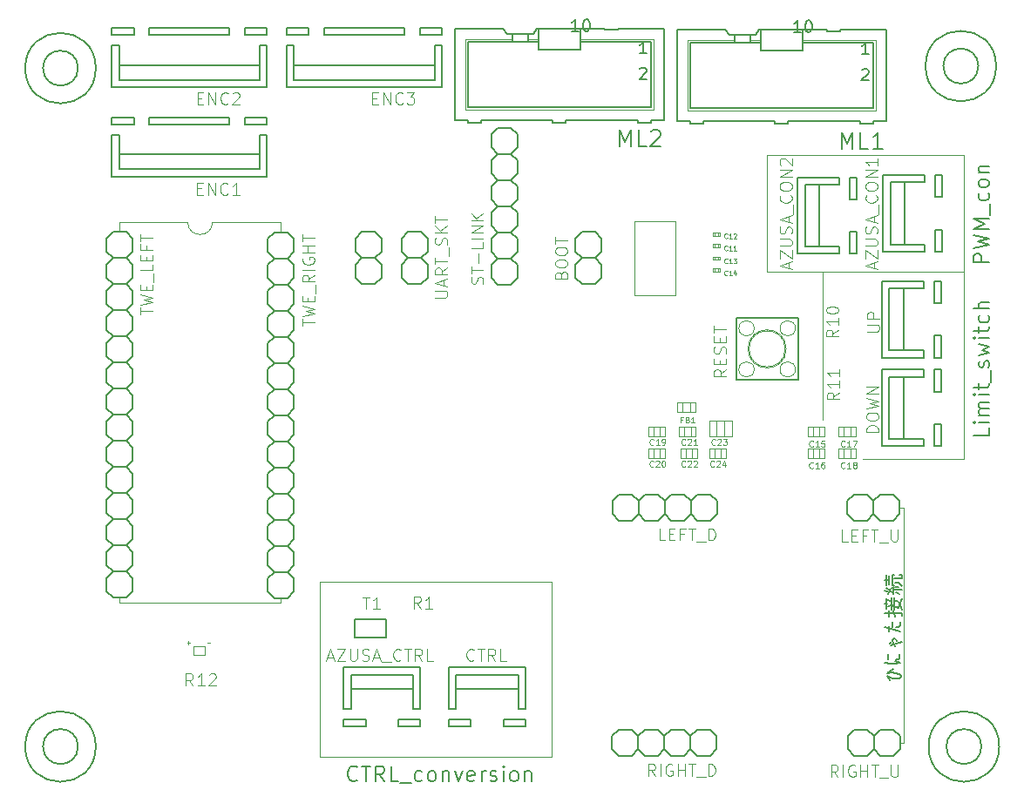
<source format=gbr>
%TF.GenerationSoftware,KiCad,Pcbnew,7.0.1*%
%TF.CreationDate,2023-09-15T11:15:50+09:00*%
%TF.ProjectId,_________,0a070658-9c5f-4cbd-9eef-2e6b69636164,rev?*%
%TF.SameCoordinates,Original*%
%TF.FileFunction,Legend,Top*%
%TF.FilePolarity,Positive*%
%FSLAX46Y46*%
G04 Gerber Fmt 4.6, Leading zero omitted, Abs format (unit mm)*
G04 Created by KiCad (PCBNEW 7.0.1) date 2023-09-15 11:15:50*
%MOMM*%
%LPD*%
G01*
G04 APERTURE LIST*
%ADD10C,0.200000*%
%ADD11C,0.187500*%
%ADD12C,0.100000*%
%ADD13C,0.101600*%
%ADD14C,0.048768*%
%ADD15C,0.093472*%
%ADD16C,0.036800*%
%ADD17C,0.114300*%
%ADD18C,0.160020*%
%ADD19C,0.127000*%
%ADD20C,0.073472*%
%ADD21C,0.050000*%
%ADD22C,0.203200*%
%ADD23C,0.152400*%
%ADD24C,0.050800*%
%ADD25C,0.076200*%
G04 APERTURE END LIST*
D10*
X185373571Y-131535714D02*
X185087857Y-131107142D01*
X185087857Y-131107142D02*
X185587857Y-131392857D01*
X185587857Y-131392857D02*
X186016428Y-131392857D01*
X186016428Y-131392857D02*
X186302142Y-131321428D01*
X186302142Y-131321428D02*
X186445000Y-131178571D01*
X186445000Y-131178571D02*
X186373571Y-130964285D01*
X186373571Y-130964285D02*
X186230714Y-130892857D01*
X186230714Y-130892857D02*
X185945000Y-130821428D01*
X185945000Y-130821428D02*
X185516428Y-130750000D01*
X185516428Y-130750000D02*
X185087857Y-130821428D01*
X185087857Y-130821428D02*
X185659285Y-130464285D01*
X185159285Y-129464285D02*
X185159285Y-128964285D01*
X184873571Y-129821428D02*
X185445000Y-129892856D01*
X185445000Y-129892856D02*
X185873571Y-129892856D01*
X185873571Y-129892856D02*
X186373571Y-129821428D01*
X186373571Y-129821428D02*
X185873571Y-129678571D01*
X185945000Y-129464285D02*
X186230714Y-129464285D01*
X186230714Y-129464285D02*
X186302142Y-129392856D01*
X186302142Y-129392856D02*
X186302142Y-128964285D01*
X185873571Y-128249999D02*
X185587857Y-127678570D01*
X185587857Y-127678570D02*
X185659285Y-127464284D01*
X185659285Y-127464284D02*
X185802142Y-127464284D01*
X185802142Y-127464284D02*
X185945000Y-127535713D01*
X185945000Y-127535713D02*
X186016428Y-127749999D01*
X185445000Y-128178570D02*
X186516428Y-127821427D01*
X185373571Y-127964284D02*
X185516428Y-127821427D01*
X185230714Y-126749998D02*
X185230714Y-126249998D01*
X184873571Y-126392855D02*
X186373571Y-126749998D01*
X185587857Y-126321427D02*
X185587857Y-125892855D01*
X185945000Y-126392855D02*
X186230714Y-126321427D01*
X186230714Y-126321427D02*
X186373571Y-126178570D01*
X186373571Y-126178570D02*
X186373571Y-125821427D01*
X185016428Y-124607141D02*
X185016428Y-123535712D01*
X185230714Y-125321426D02*
X185230714Y-124749998D01*
X185516428Y-124678569D02*
X185516428Y-123464284D01*
X185802142Y-124678569D02*
X185802142Y-123464284D01*
X186516428Y-125249998D02*
X186516428Y-124964284D01*
X184802142Y-124964284D02*
X186516428Y-124964284D01*
X184802142Y-124035712D02*
X185087857Y-124035712D01*
X185087857Y-123749998D02*
X185445000Y-123821426D01*
X185159285Y-124321426D02*
X185516428Y-124249998D01*
X185516428Y-124249998D02*
X186159285Y-124464284D01*
X186159285Y-124464284D02*
X186516428Y-123535712D01*
X185730714Y-124749998D02*
X185873571Y-125321426D01*
X185802142Y-123749998D02*
X186159285Y-123892855D01*
X186159285Y-123892855D02*
X186302142Y-124035712D01*
X186302142Y-124035712D02*
X186516428Y-124678569D01*
X185016428Y-122321426D02*
X185016428Y-121249998D01*
X185302142Y-122249998D02*
X185302142Y-121392855D01*
X185730714Y-123107140D02*
X185730714Y-122464283D01*
X186516428Y-121607140D02*
X186516428Y-121249998D01*
X185659285Y-122749998D02*
X186516428Y-122749998D01*
X184802142Y-121821426D02*
X185302142Y-121821426D01*
X185802142Y-121607140D02*
X186516428Y-121607140D01*
X185587857Y-122321426D02*
X185587857Y-121321426D01*
X185587857Y-121321426D02*
X185802142Y-121321426D01*
X186302142Y-121249998D02*
X186516428Y-121249998D01*
X185159285Y-123107140D02*
X185373571Y-122821426D01*
X185373571Y-122821426D02*
X185659285Y-123035712D01*
X185873571Y-122464283D02*
X186230714Y-122464283D01*
X185445000Y-122607140D02*
X185802142Y-122464283D01*
X184802142Y-122821426D02*
X185230714Y-122964283D01*
X185016428Y-122535712D02*
X185373571Y-122821426D01*
X185945000Y-122964283D02*
X186302142Y-123107140D01*
X185587857Y-122321426D02*
X185802142Y-122321426D01*
X185873571Y-122035712D02*
X186230714Y-122035712D01*
X186230714Y-122035712D02*
X186516428Y-122392855D01*
D11*
X194966428Y-90892857D02*
X193466428Y-90892857D01*
X193466428Y-90892857D02*
X193466428Y-90321428D01*
X193466428Y-90321428D02*
X193537857Y-90178571D01*
X193537857Y-90178571D02*
X193609285Y-90107142D01*
X193609285Y-90107142D02*
X193752142Y-90035714D01*
X193752142Y-90035714D02*
X193966428Y-90035714D01*
X193966428Y-90035714D02*
X194109285Y-90107142D01*
X194109285Y-90107142D02*
X194180714Y-90178571D01*
X194180714Y-90178571D02*
X194252142Y-90321428D01*
X194252142Y-90321428D02*
X194252142Y-90892857D01*
X193466428Y-89535714D02*
X194966428Y-89178571D01*
X194966428Y-89178571D02*
X193895000Y-88892857D01*
X193895000Y-88892857D02*
X194966428Y-88607142D01*
X194966428Y-88607142D02*
X193466428Y-88250000D01*
X194966428Y-87678571D02*
X193466428Y-87678571D01*
X193466428Y-87678571D02*
X194537857Y-87178571D01*
X194537857Y-87178571D02*
X193466428Y-86678571D01*
X193466428Y-86678571D02*
X194966428Y-86678571D01*
X195109285Y-86321428D02*
X195109285Y-85178570D01*
X194895000Y-84178571D02*
X194966428Y-84321428D01*
X194966428Y-84321428D02*
X194966428Y-84607142D01*
X194966428Y-84607142D02*
X194895000Y-84749999D01*
X194895000Y-84749999D02*
X194823571Y-84821428D01*
X194823571Y-84821428D02*
X194680714Y-84892856D01*
X194680714Y-84892856D02*
X194252142Y-84892856D01*
X194252142Y-84892856D02*
X194109285Y-84821428D01*
X194109285Y-84821428D02*
X194037857Y-84749999D01*
X194037857Y-84749999D02*
X193966428Y-84607142D01*
X193966428Y-84607142D02*
X193966428Y-84321428D01*
X193966428Y-84321428D02*
X194037857Y-84178571D01*
X194966428Y-83321428D02*
X194895000Y-83464285D01*
X194895000Y-83464285D02*
X194823571Y-83535714D01*
X194823571Y-83535714D02*
X194680714Y-83607142D01*
X194680714Y-83607142D02*
X194252142Y-83607142D01*
X194252142Y-83607142D02*
X194109285Y-83535714D01*
X194109285Y-83535714D02*
X194037857Y-83464285D01*
X194037857Y-83464285D02*
X193966428Y-83321428D01*
X193966428Y-83321428D02*
X193966428Y-83107142D01*
X193966428Y-83107142D02*
X194037857Y-82964285D01*
X194037857Y-82964285D02*
X194109285Y-82892857D01*
X194109285Y-82892857D02*
X194252142Y-82821428D01*
X194252142Y-82821428D02*
X194680714Y-82821428D01*
X194680714Y-82821428D02*
X194823571Y-82892857D01*
X194823571Y-82892857D02*
X194895000Y-82964285D01*
X194895000Y-82964285D02*
X194966428Y-83107142D01*
X194966428Y-83107142D02*
X194966428Y-83321428D01*
X193966428Y-82178571D02*
X194966428Y-82178571D01*
X194109285Y-82178571D02*
X194037857Y-82107142D01*
X194037857Y-82107142D02*
X193966428Y-81964285D01*
X193966428Y-81964285D02*
X193966428Y-81749999D01*
X193966428Y-81749999D02*
X194037857Y-81607142D01*
X194037857Y-81607142D02*
X194180714Y-81535714D01*
X194180714Y-81535714D02*
X194966428Y-81535714D01*
X195016428Y-106978571D02*
X195016428Y-107692857D01*
X195016428Y-107692857D02*
X193516428Y-107692857D01*
X195016428Y-106478571D02*
X194016428Y-106478571D01*
X193516428Y-106478571D02*
X193587857Y-106549999D01*
X193587857Y-106549999D02*
X193659285Y-106478571D01*
X193659285Y-106478571D02*
X193587857Y-106407142D01*
X193587857Y-106407142D02*
X193516428Y-106478571D01*
X193516428Y-106478571D02*
X193659285Y-106478571D01*
X195016428Y-105764285D02*
X194016428Y-105764285D01*
X194159285Y-105764285D02*
X194087857Y-105692856D01*
X194087857Y-105692856D02*
X194016428Y-105549999D01*
X194016428Y-105549999D02*
X194016428Y-105335713D01*
X194016428Y-105335713D02*
X194087857Y-105192856D01*
X194087857Y-105192856D02*
X194230714Y-105121428D01*
X194230714Y-105121428D02*
X195016428Y-105121428D01*
X194230714Y-105121428D02*
X194087857Y-105049999D01*
X194087857Y-105049999D02*
X194016428Y-104907142D01*
X194016428Y-104907142D02*
X194016428Y-104692856D01*
X194016428Y-104692856D02*
X194087857Y-104549999D01*
X194087857Y-104549999D02*
X194230714Y-104478570D01*
X194230714Y-104478570D02*
X195016428Y-104478570D01*
X195016428Y-103764285D02*
X194016428Y-103764285D01*
X193516428Y-103764285D02*
X193587857Y-103835713D01*
X193587857Y-103835713D02*
X193659285Y-103764285D01*
X193659285Y-103764285D02*
X193587857Y-103692856D01*
X193587857Y-103692856D02*
X193516428Y-103764285D01*
X193516428Y-103764285D02*
X193659285Y-103764285D01*
X194016428Y-103264284D02*
X194016428Y-102692856D01*
X193516428Y-103049999D02*
X194802142Y-103049999D01*
X194802142Y-103049999D02*
X194945000Y-102978570D01*
X194945000Y-102978570D02*
X195016428Y-102835713D01*
X195016428Y-102835713D02*
X195016428Y-102692856D01*
X195159285Y-102549999D02*
X195159285Y-101407141D01*
X194945000Y-101121427D02*
X195016428Y-100978570D01*
X195016428Y-100978570D02*
X195016428Y-100692856D01*
X195016428Y-100692856D02*
X194945000Y-100549999D01*
X194945000Y-100549999D02*
X194802142Y-100478570D01*
X194802142Y-100478570D02*
X194730714Y-100478570D01*
X194730714Y-100478570D02*
X194587857Y-100549999D01*
X194587857Y-100549999D02*
X194516428Y-100692856D01*
X194516428Y-100692856D02*
X194516428Y-100907142D01*
X194516428Y-100907142D02*
X194445000Y-101049999D01*
X194445000Y-101049999D02*
X194302142Y-101121427D01*
X194302142Y-101121427D02*
X194230714Y-101121427D01*
X194230714Y-101121427D02*
X194087857Y-101049999D01*
X194087857Y-101049999D02*
X194016428Y-100907142D01*
X194016428Y-100907142D02*
X194016428Y-100692856D01*
X194016428Y-100692856D02*
X194087857Y-100549999D01*
X194016428Y-99978570D02*
X195016428Y-99692856D01*
X195016428Y-99692856D02*
X194302142Y-99407141D01*
X194302142Y-99407141D02*
X195016428Y-99121427D01*
X195016428Y-99121427D02*
X194016428Y-98835713D01*
X195016428Y-98264284D02*
X194016428Y-98264284D01*
X193516428Y-98264284D02*
X193587857Y-98335712D01*
X193587857Y-98335712D02*
X193659285Y-98264284D01*
X193659285Y-98264284D02*
X193587857Y-98192855D01*
X193587857Y-98192855D02*
X193516428Y-98264284D01*
X193516428Y-98264284D02*
X193659285Y-98264284D01*
X194016428Y-97764283D02*
X194016428Y-97192855D01*
X193516428Y-97549998D02*
X194802142Y-97549998D01*
X194802142Y-97549998D02*
X194945000Y-97478569D01*
X194945000Y-97478569D02*
X195016428Y-97335712D01*
X195016428Y-97335712D02*
X195016428Y-97192855D01*
X194945000Y-96049998D02*
X195016428Y-96192855D01*
X195016428Y-96192855D02*
X195016428Y-96478569D01*
X195016428Y-96478569D02*
X194945000Y-96621426D01*
X194945000Y-96621426D02*
X194873571Y-96692855D01*
X194873571Y-96692855D02*
X194730714Y-96764283D01*
X194730714Y-96764283D02*
X194302142Y-96764283D01*
X194302142Y-96764283D02*
X194159285Y-96692855D01*
X194159285Y-96692855D02*
X194087857Y-96621426D01*
X194087857Y-96621426D02*
X194016428Y-96478569D01*
X194016428Y-96478569D02*
X194016428Y-96192855D01*
X194016428Y-96192855D02*
X194087857Y-96049998D01*
X195016428Y-95407141D02*
X193516428Y-95407141D01*
X195016428Y-94764284D02*
X194230714Y-94764284D01*
X194230714Y-94764284D02*
X194087857Y-94835712D01*
X194087857Y-94835712D02*
X194016428Y-94978569D01*
X194016428Y-94978569D02*
X194016428Y-95192855D01*
X194016428Y-95192855D02*
X194087857Y-95335712D01*
X194087857Y-95335712D02*
X194159285Y-95407141D01*
D12*
X192550000Y-80450000D02*
X192550000Y-91850000D01*
X173400000Y-80450000D02*
X192550000Y-80450000D01*
X173400000Y-91850000D02*
X173400000Y-80450000D01*
X173650000Y-91850000D02*
X173400000Y-91850000D01*
X178800000Y-91850000D02*
X173650000Y-91850000D01*
X178800000Y-91850000D02*
X178800000Y-106200000D01*
X187450000Y-91850000D02*
X178800000Y-91850000D01*
X192550000Y-110000000D02*
X182750000Y-110000000D01*
X192550000Y-91850000D02*
X192550000Y-110000000D01*
X187450000Y-91850000D02*
X192550000Y-91850000D01*
X186700000Y-114750000D02*
X186322100Y-114750000D01*
X186700000Y-137611600D02*
X186700000Y-114750000D01*
X186334100Y-137611600D02*
X186700000Y-137611600D01*
D11*
X133614285Y-141223571D02*
X133542857Y-141295000D01*
X133542857Y-141295000D02*
X133328571Y-141366428D01*
X133328571Y-141366428D02*
X133185714Y-141366428D01*
X133185714Y-141366428D02*
X132971428Y-141295000D01*
X132971428Y-141295000D02*
X132828571Y-141152142D01*
X132828571Y-141152142D02*
X132757142Y-141009285D01*
X132757142Y-141009285D02*
X132685714Y-140723571D01*
X132685714Y-140723571D02*
X132685714Y-140509285D01*
X132685714Y-140509285D02*
X132757142Y-140223571D01*
X132757142Y-140223571D02*
X132828571Y-140080714D01*
X132828571Y-140080714D02*
X132971428Y-139937857D01*
X132971428Y-139937857D02*
X133185714Y-139866428D01*
X133185714Y-139866428D02*
X133328571Y-139866428D01*
X133328571Y-139866428D02*
X133542857Y-139937857D01*
X133542857Y-139937857D02*
X133614285Y-140009285D01*
X134042857Y-139866428D02*
X134900000Y-139866428D01*
X134471428Y-141366428D02*
X134471428Y-139866428D01*
X136257142Y-141366428D02*
X135757142Y-140652142D01*
X135399999Y-141366428D02*
X135399999Y-139866428D01*
X135399999Y-139866428D02*
X135971428Y-139866428D01*
X135971428Y-139866428D02*
X136114285Y-139937857D01*
X136114285Y-139937857D02*
X136185714Y-140009285D01*
X136185714Y-140009285D02*
X136257142Y-140152142D01*
X136257142Y-140152142D02*
X136257142Y-140366428D01*
X136257142Y-140366428D02*
X136185714Y-140509285D01*
X136185714Y-140509285D02*
X136114285Y-140580714D01*
X136114285Y-140580714D02*
X135971428Y-140652142D01*
X135971428Y-140652142D02*
X135399999Y-140652142D01*
X137614285Y-141366428D02*
X136899999Y-141366428D01*
X136899999Y-141366428D02*
X136899999Y-139866428D01*
X137757143Y-141509285D02*
X138900000Y-141509285D01*
X139900000Y-141295000D02*
X139757142Y-141366428D01*
X139757142Y-141366428D02*
X139471428Y-141366428D01*
X139471428Y-141366428D02*
X139328571Y-141295000D01*
X139328571Y-141295000D02*
X139257142Y-141223571D01*
X139257142Y-141223571D02*
X139185714Y-141080714D01*
X139185714Y-141080714D02*
X139185714Y-140652142D01*
X139185714Y-140652142D02*
X139257142Y-140509285D01*
X139257142Y-140509285D02*
X139328571Y-140437857D01*
X139328571Y-140437857D02*
X139471428Y-140366428D01*
X139471428Y-140366428D02*
X139757142Y-140366428D01*
X139757142Y-140366428D02*
X139900000Y-140437857D01*
X140757142Y-141366428D02*
X140614285Y-141295000D01*
X140614285Y-141295000D02*
X140542856Y-141223571D01*
X140542856Y-141223571D02*
X140471428Y-141080714D01*
X140471428Y-141080714D02*
X140471428Y-140652142D01*
X140471428Y-140652142D02*
X140542856Y-140509285D01*
X140542856Y-140509285D02*
X140614285Y-140437857D01*
X140614285Y-140437857D02*
X140757142Y-140366428D01*
X140757142Y-140366428D02*
X140971428Y-140366428D01*
X140971428Y-140366428D02*
X141114285Y-140437857D01*
X141114285Y-140437857D02*
X141185714Y-140509285D01*
X141185714Y-140509285D02*
X141257142Y-140652142D01*
X141257142Y-140652142D02*
X141257142Y-141080714D01*
X141257142Y-141080714D02*
X141185714Y-141223571D01*
X141185714Y-141223571D02*
X141114285Y-141295000D01*
X141114285Y-141295000D02*
X140971428Y-141366428D01*
X140971428Y-141366428D02*
X140757142Y-141366428D01*
X141899999Y-140366428D02*
X141899999Y-141366428D01*
X141899999Y-140509285D02*
X141971428Y-140437857D01*
X141971428Y-140437857D02*
X142114285Y-140366428D01*
X142114285Y-140366428D02*
X142328571Y-140366428D01*
X142328571Y-140366428D02*
X142471428Y-140437857D01*
X142471428Y-140437857D02*
X142542857Y-140580714D01*
X142542857Y-140580714D02*
X142542857Y-141366428D01*
X143114285Y-140366428D02*
X143471428Y-141366428D01*
X143471428Y-141366428D02*
X143828571Y-140366428D01*
X144971428Y-141295000D02*
X144828571Y-141366428D01*
X144828571Y-141366428D02*
X144542857Y-141366428D01*
X144542857Y-141366428D02*
X144399999Y-141295000D01*
X144399999Y-141295000D02*
X144328571Y-141152142D01*
X144328571Y-141152142D02*
X144328571Y-140580714D01*
X144328571Y-140580714D02*
X144399999Y-140437857D01*
X144399999Y-140437857D02*
X144542857Y-140366428D01*
X144542857Y-140366428D02*
X144828571Y-140366428D01*
X144828571Y-140366428D02*
X144971428Y-140437857D01*
X144971428Y-140437857D02*
X145042857Y-140580714D01*
X145042857Y-140580714D02*
X145042857Y-140723571D01*
X145042857Y-140723571D02*
X144328571Y-140866428D01*
X145685713Y-141366428D02*
X145685713Y-140366428D01*
X145685713Y-140652142D02*
X145757142Y-140509285D01*
X145757142Y-140509285D02*
X145828571Y-140437857D01*
X145828571Y-140437857D02*
X145971428Y-140366428D01*
X145971428Y-140366428D02*
X146114285Y-140366428D01*
X146542856Y-141295000D02*
X146685713Y-141366428D01*
X146685713Y-141366428D02*
X146971427Y-141366428D01*
X146971427Y-141366428D02*
X147114284Y-141295000D01*
X147114284Y-141295000D02*
X147185713Y-141152142D01*
X147185713Y-141152142D02*
X147185713Y-141080714D01*
X147185713Y-141080714D02*
X147114284Y-140937857D01*
X147114284Y-140937857D02*
X146971427Y-140866428D01*
X146971427Y-140866428D02*
X146757142Y-140866428D01*
X146757142Y-140866428D02*
X146614284Y-140795000D01*
X146614284Y-140795000D02*
X146542856Y-140652142D01*
X146542856Y-140652142D02*
X146542856Y-140580714D01*
X146542856Y-140580714D02*
X146614284Y-140437857D01*
X146614284Y-140437857D02*
X146757142Y-140366428D01*
X146757142Y-140366428D02*
X146971427Y-140366428D01*
X146971427Y-140366428D02*
X147114284Y-140437857D01*
X147828570Y-141366428D02*
X147828570Y-140366428D01*
X147828570Y-139866428D02*
X147757142Y-139937857D01*
X147757142Y-139937857D02*
X147828570Y-140009285D01*
X147828570Y-140009285D02*
X147899999Y-139937857D01*
X147899999Y-139937857D02*
X147828570Y-139866428D01*
X147828570Y-139866428D02*
X147828570Y-140009285D01*
X148757142Y-141366428D02*
X148614285Y-141295000D01*
X148614285Y-141295000D02*
X148542856Y-141223571D01*
X148542856Y-141223571D02*
X148471428Y-141080714D01*
X148471428Y-141080714D02*
X148471428Y-140652142D01*
X148471428Y-140652142D02*
X148542856Y-140509285D01*
X148542856Y-140509285D02*
X148614285Y-140437857D01*
X148614285Y-140437857D02*
X148757142Y-140366428D01*
X148757142Y-140366428D02*
X148971428Y-140366428D01*
X148971428Y-140366428D02*
X149114285Y-140437857D01*
X149114285Y-140437857D02*
X149185714Y-140509285D01*
X149185714Y-140509285D02*
X149257142Y-140652142D01*
X149257142Y-140652142D02*
X149257142Y-141080714D01*
X149257142Y-141080714D02*
X149185714Y-141223571D01*
X149185714Y-141223571D02*
X149114285Y-141295000D01*
X149114285Y-141295000D02*
X148971428Y-141366428D01*
X148971428Y-141366428D02*
X148757142Y-141366428D01*
X149899999Y-140366428D02*
X149899999Y-141366428D01*
X149899999Y-140509285D02*
X149971428Y-140437857D01*
X149971428Y-140437857D02*
X150114285Y-140366428D01*
X150114285Y-140366428D02*
X150328571Y-140366428D01*
X150328571Y-140366428D02*
X150471428Y-140437857D01*
X150471428Y-140437857D02*
X150542857Y-140580714D01*
X150542857Y-140580714D02*
X150542857Y-141366428D01*
D12*
X130000000Y-122000000D02*
X130000000Y-139000000D01*
X152500000Y-122000000D02*
X130000000Y-122000000D01*
X152500000Y-139000000D02*
X152500000Y-122000000D01*
X130000000Y-139000000D02*
X152500000Y-139000000D01*
X110500000Y-123512600D02*
X110539100Y-123512600D01*
X110500000Y-124000000D02*
X110500000Y-123512600D01*
X126191100Y-124000000D02*
X110500000Y-124000000D01*
X126191100Y-123533600D02*
X126191100Y-124000000D01*
X117150000Y-87000000D02*
G75*
G03*
X119550000Y-87000000I1200000J0D01*
G01*
X110550000Y-87000000D02*
X117150000Y-87000000D01*
X126191100Y-87000000D02*
X119550000Y-87000000D01*
X126191100Y-87973600D02*
X126191100Y-87000000D01*
X110539100Y-87952600D02*
X110539100Y-87000000D01*
D13*
X134112376Y-123442210D02*
X134780033Y-123442210D01*
X134446204Y-124610610D02*
X134446204Y-123442210D01*
X135781519Y-124610610D02*
X135113862Y-124610610D01*
X135447690Y-124610610D02*
X135447690Y-123442210D01*
X135447690Y-123442210D02*
X135336414Y-123609124D01*
X135336414Y-123609124D02*
X135225138Y-123720400D01*
X135225138Y-123720400D02*
X135113862Y-123776038D01*
X141188610Y-94321809D02*
X142134457Y-94321809D01*
X142134457Y-94321809D02*
X142245733Y-94266171D01*
X142245733Y-94266171D02*
X142301372Y-94210533D01*
X142301372Y-94210533D02*
X142357010Y-94099257D01*
X142357010Y-94099257D02*
X142357010Y-93876704D01*
X142357010Y-93876704D02*
X142301372Y-93765428D01*
X142301372Y-93765428D02*
X142245733Y-93709790D01*
X142245733Y-93709790D02*
X142134457Y-93654152D01*
X142134457Y-93654152D02*
X141188610Y-93654152D01*
X142023181Y-93153409D02*
X142023181Y-92597028D01*
X142357010Y-93264685D02*
X141188610Y-92875219D01*
X141188610Y-92875219D02*
X142357010Y-92485752D01*
X142357010Y-91428628D02*
X141800629Y-91818095D01*
X142357010Y-92096285D02*
X141188610Y-92096285D01*
X141188610Y-92096285D02*
X141188610Y-91651180D01*
X141188610Y-91651180D02*
X141244248Y-91539904D01*
X141244248Y-91539904D02*
X141299886Y-91484266D01*
X141299886Y-91484266D02*
X141411162Y-91428628D01*
X141411162Y-91428628D02*
X141578076Y-91428628D01*
X141578076Y-91428628D02*
X141689352Y-91484266D01*
X141689352Y-91484266D02*
X141744991Y-91539904D01*
X141744991Y-91539904D02*
X141800629Y-91651180D01*
X141800629Y-91651180D02*
X141800629Y-92096285D01*
X141188610Y-91094799D02*
X141188610Y-90427142D01*
X142357010Y-90760971D02*
X141188610Y-90760971D01*
X142468286Y-90315866D02*
X142468286Y-89425656D01*
X142301372Y-89203103D02*
X142357010Y-89036189D01*
X142357010Y-89036189D02*
X142357010Y-88757998D01*
X142357010Y-88757998D02*
X142301372Y-88646722D01*
X142301372Y-88646722D02*
X142245733Y-88591084D01*
X142245733Y-88591084D02*
X142134457Y-88535446D01*
X142134457Y-88535446D02*
X142023181Y-88535446D01*
X142023181Y-88535446D02*
X141911905Y-88591084D01*
X141911905Y-88591084D02*
X141856267Y-88646722D01*
X141856267Y-88646722D02*
X141800629Y-88757998D01*
X141800629Y-88757998D02*
X141744991Y-88980551D01*
X141744991Y-88980551D02*
X141689352Y-89091827D01*
X141689352Y-89091827D02*
X141633714Y-89147465D01*
X141633714Y-89147465D02*
X141522438Y-89203103D01*
X141522438Y-89203103D02*
X141411162Y-89203103D01*
X141411162Y-89203103D02*
X141299886Y-89147465D01*
X141299886Y-89147465D02*
X141244248Y-89091827D01*
X141244248Y-89091827D02*
X141188610Y-88980551D01*
X141188610Y-88980551D02*
X141188610Y-88702360D01*
X141188610Y-88702360D02*
X141244248Y-88535446D01*
X142357010Y-88034703D02*
X141188610Y-88034703D01*
X142357010Y-87367046D02*
X141689352Y-87867789D01*
X141188610Y-87367046D02*
X141856267Y-88034703D01*
X141188610Y-87033217D02*
X141188610Y-86365560D01*
X142357010Y-86699389D02*
X141188610Y-86699389D01*
D14*
X165221575Y-106191196D02*
X165034631Y-106191196D01*
X165034631Y-106484965D02*
X165034631Y-105924133D01*
X165034631Y-105924133D02*
X165301694Y-105924133D01*
X165702288Y-106191196D02*
X165782407Y-106217902D01*
X165782407Y-106217902D02*
X165809113Y-106244608D01*
X165809113Y-106244608D02*
X165835819Y-106298021D01*
X165835819Y-106298021D02*
X165835819Y-106378140D01*
X165835819Y-106378140D02*
X165809113Y-106431552D01*
X165809113Y-106431552D02*
X165782407Y-106458259D01*
X165782407Y-106458259D02*
X165728994Y-106484965D01*
X165728994Y-106484965D02*
X165515344Y-106484965D01*
X165515344Y-106484965D02*
X165515344Y-105924133D01*
X165515344Y-105924133D02*
X165702288Y-105924133D01*
X165702288Y-105924133D02*
X165755701Y-105950839D01*
X165755701Y-105950839D02*
X165782407Y-105977545D01*
X165782407Y-105977545D02*
X165809113Y-106030958D01*
X165809113Y-106030958D02*
X165809113Y-106084371D01*
X165809113Y-106084371D02*
X165782407Y-106137783D01*
X165782407Y-106137783D02*
X165755701Y-106164489D01*
X165755701Y-106164489D02*
X165702288Y-106191196D01*
X165702288Y-106191196D02*
X165515344Y-106191196D01*
X166369945Y-106484965D02*
X166049470Y-106484965D01*
X166209707Y-106484965D02*
X166209707Y-105924133D01*
X166209707Y-105924133D02*
X166156295Y-106004252D01*
X166156295Y-106004252D02*
X166102882Y-106057664D01*
X166102882Y-106057664D02*
X166049470Y-106084371D01*
D13*
X169458110Y-101307752D02*
X168901729Y-101697219D01*
X169458110Y-101975409D02*
X168289710Y-101975409D01*
X168289710Y-101975409D02*
X168289710Y-101530304D01*
X168289710Y-101530304D02*
X168345348Y-101419028D01*
X168345348Y-101419028D02*
X168400986Y-101363390D01*
X168400986Y-101363390D02*
X168512262Y-101307752D01*
X168512262Y-101307752D02*
X168679176Y-101307752D01*
X168679176Y-101307752D02*
X168790452Y-101363390D01*
X168790452Y-101363390D02*
X168846091Y-101419028D01*
X168846091Y-101419028D02*
X168901729Y-101530304D01*
X168901729Y-101530304D02*
X168901729Y-101975409D01*
X168846091Y-100807009D02*
X168846091Y-100417542D01*
X169458110Y-100250628D02*
X169458110Y-100807009D01*
X169458110Y-100807009D02*
X168289710Y-100807009D01*
X168289710Y-100807009D02*
X168289710Y-100250628D01*
X169402472Y-99805523D02*
X169458110Y-99638609D01*
X169458110Y-99638609D02*
X169458110Y-99360418D01*
X169458110Y-99360418D02*
X169402472Y-99249142D01*
X169402472Y-99249142D02*
X169346833Y-99193504D01*
X169346833Y-99193504D02*
X169235557Y-99137866D01*
X169235557Y-99137866D02*
X169124281Y-99137866D01*
X169124281Y-99137866D02*
X169013005Y-99193504D01*
X169013005Y-99193504D02*
X168957367Y-99249142D01*
X168957367Y-99249142D02*
X168901729Y-99360418D01*
X168901729Y-99360418D02*
X168846091Y-99582971D01*
X168846091Y-99582971D02*
X168790452Y-99694247D01*
X168790452Y-99694247D02*
X168734814Y-99749885D01*
X168734814Y-99749885D02*
X168623538Y-99805523D01*
X168623538Y-99805523D02*
X168512262Y-99805523D01*
X168512262Y-99805523D02*
X168400986Y-99749885D01*
X168400986Y-99749885D02*
X168345348Y-99694247D01*
X168345348Y-99694247D02*
X168289710Y-99582971D01*
X168289710Y-99582971D02*
X168289710Y-99304780D01*
X168289710Y-99304780D02*
X168345348Y-99137866D01*
X168846091Y-98637123D02*
X168846091Y-98247656D01*
X169458110Y-98080742D02*
X169458110Y-98637123D01*
X169458110Y-98637123D02*
X168289710Y-98637123D01*
X168289710Y-98637123D02*
X168289710Y-98080742D01*
X168289710Y-97746913D02*
X168289710Y-97079256D01*
X169458110Y-97413085D02*
X168289710Y-97413085D01*
D15*
%TO.C,AZUSA_CTRL*%
X130724100Y-129308134D02*
X131284352Y-129308134D01*
X130612050Y-129644285D02*
X131004226Y-128467757D01*
X131004226Y-128467757D02*
X131396402Y-129644285D01*
X131676528Y-128467757D02*
X132460880Y-128467757D01*
X132460880Y-128467757D02*
X131676528Y-129644285D01*
X131676528Y-129644285D02*
X132460880Y-129644285D01*
X132909081Y-128467757D02*
X132909081Y-129420184D01*
X132909081Y-129420184D02*
X132965106Y-129532234D01*
X132965106Y-129532234D02*
X133021132Y-129588260D01*
X133021132Y-129588260D02*
X133133182Y-129644285D01*
X133133182Y-129644285D02*
X133357282Y-129644285D01*
X133357282Y-129644285D02*
X133469333Y-129588260D01*
X133469333Y-129588260D02*
X133525358Y-129532234D01*
X133525358Y-129532234D02*
X133581383Y-129420184D01*
X133581383Y-129420184D02*
X133581383Y-128467757D01*
X134085609Y-129588260D02*
X134253685Y-129644285D01*
X134253685Y-129644285D02*
X134533810Y-129644285D01*
X134533810Y-129644285D02*
X134645861Y-129588260D01*
X134645861Y-129588260D02*
X134701886Y-129532234D01*
X134701886Y-129532234D02*
X134757911Y-129420184D01*
X134757911Y-129420184D02*
X134757911Y-129308134D01*
X134757911Y-129308134D02*
X134701886Y-129196084D01*
X134701886Y-129196084D02*
X134645861Y-129140058D01*
X134645861Y-129140058D02*
X134533810Y-129084033D01*
X134533810Y-129084033D02*
X134309710Y-129028008D01*
X134309710Y-129028008D02*
X134197659Y-128971983D01*
X134197659Y-128971983D02*
X134141634Y-128915958D01*
X134141634Y-128915958D02*
X134085609Y-128803908D01*
X134085609Y-128803908D02*
X134085609Y-128691857D01*
X134085609Y-128691857D02*
X134141634Y-128579807D01*
X134141634Y-128579807D02*
X134197659Y-128523782D01*
X134197659Y-128523782D02*
X134309710Y-128467757D01*
X134309710Y-128467757D02*
X134589835Y-128467757D01*
X134589835Y-128467757D02*
X134757911Y-128523782D01*
X135206112Y-129308134D02*
X135766364Y-129308134D01*
X135094062Y-129644285D02*
X135486238Y-128467757D01*
X135486238Y-128467757D02*
X135878414Y-129644285D01*
X135990465Y-129756335D02*
X136886867Y-129756335D01*
X137839294Y-129532234D02*
X137783269Y-129588260D01*
X137783269Y-129588260D02*
X137615193Y-129644285D01*
X137615193Y-129644285D02*
X137503143Y-129644285D01*
X137503143Y-129644285D02*
X137335068Y-129588260D01*
X137335068Y-129588260D02*
X137223017Y-129476209D01*
X137223017Y-129476209D02*
X137166992Y-129364159D01*
X137166992Y-129364159D02*
X137110967Y-129140058D01*
X137110967Y-129140058D02*
X137110967Y-128971983D01*
X137110967Y-128971983D02*
X137166992Y-128747882D01*
X137166992Y-128747882D02*
X137223017Y-128635832D01*
X137223017Y-128635832D02*
X137335068Y-128523782D01*
X137335068Y-128523782D02*
X137503143Y-128467757D01*
X137503143Y-128467757D02*
X137615193Y-128467757D01*
X137615193Y-128467757D02*
X137783269Y-128523782D01*
X137783269Y-128523782D02*
X137839294Y-128579807D01*
X138175445Y-128467757D02*
X138847747Y-128467757D01*
X138511596Y-129644285D02*
X138511596Y-128467757D01*
X139912224Y-129644285D02*
X139520048Y-129084033D01*
X139239922Y-129644285D02*
X139239922Y-128467757D01*
X139239922Y-128467757D02*
X139688123Y-128467757D01*
X139688123Y-128467757D02*
X139800174Y-128523782D01*
X139800174Y-128523782D02*
X139856199Y-128579807D01*
X139856199Y-128579807D02*
X139912224Y-128691857D01*
X139912224Y-128691857D02*
X139912224Y-128859933D01*
X139912224Y-128859933D02*
X139856199Y-128971983D01*
X139856199Y-128971983D02*
X139800174Y-129028008D01*
X139800174Y-129028008D02*
X139688123Y-129084033D01*
X139688123Y-129084033D02*
X139239922Y-129084033D01*
X140976702Y-129644285D02*
X140416450Y-129644285D01*
X140416450Y-129644285D02*
X140416450Y-128467757D01*
D16*
%TO.C,C13*%
X169563571Y-90961270D02*
X169541514Y-90983328D01*
X169541514Y-90983328D02*
X169475342Y-91005385D01*
X169475342Y-91005385D02*
X169431228Y-91005385D01*
X169431228Y-91005385D02*
X169365057Y-90983328D01*
X169365057Y-90983328D02*
X169320942Y-90939213D01*
X169320942Y-90939213D02*
X169298885Y-90895099D01*
X169298885Y-90895099D02*
X169276828Y-90806870D01*
X169276828Y-90806870D02*
X169276828Y-90740699D01*
X169276828Y-90740699D02*
X169298885Y-90652470D01*
X169298885Y-90652470D02*
X169320942Y-90608356D01*
X169320942Y-90608356D02*
X169365057Y-90564242D01*
X169365057Y-90564242D02*
X169431228Y-90542185D01*
X169431228Y-90542185D02*
X169475342Y-90542185D01*
X169475342Y-90542185D02*
X169541514Y-90564242D01*
X169541514Y-90564242D02*
X169563571Y-90586299D01*
X170004714Y-91005385D02*
X169740028Y-91005385D01*
X169872371Y-91005385D02*
X169872371Y-90542185D01*
X169872371Y-90542185D02*
X169828257Y-90608356D01*
X169828257Y-90608356D02*
X169784142Y-90652470D01*
X169784142Y-90652470D02*
X169740028Y-90674528D01*
X170159114Y-90542185D02*
X170445857Y-90542185D01*
X170445857Y-90542185D02*
X170291457Y-90718642D01*
X170291457Y-90718642D02*
X170357628Y-90718642D01*
X170357628Y-90718642D02*
X170401743Y-90740699D01*
X170401743Y-90740699D02*
X170423800Y-90762756D01*
X170423800Y-90762756D02*
X170445857Y-90806870D01*
X170445857Y-90806870D02*
X170445857Y-90917156D01*
X170445857Y-90917156D02*
X170423800Y-90961270D01*
X170423800Y-90961270D02*
X170401743Y-90983328D01*
X170401743Y-90983328D02*
X170357628Y-91005385D01*
X170357628Y-91005385D02*
X170225285Y-91005385D01*
X170225285Y-91005385D02*
X170181171Y-90983328D01*
X170181171Y-90983328D02*
X170159114Y-90961270D01*
%TO.C,C12*%
X169563571Y-88521270D02*
X169541514Y-88543328D01*
X169541514Y-88543328D02*
X169475342Y-88565385D01*
X169475342Y-88565385D02*
X169431228Y-88565385D01*
X169431228Y-88565385D02*
X169365057Y-88543328D01*
X169365057Y-88543328D02*
X169320942Y-88499213D01*
X169320942Y-88499213D02*
X169298885Y-88455099D01*
X169298885Y-88455099D02*
X169276828Y-88366870D01*
X169276828Y-88366870D02*
X169276828Y-88300699D01*
X169276828Y-88300699D02*
X169298885Y-88212470D01*
X169298885Y-88212470D02*
X169320942Y-88168356D01*
X169320942Y-88168356D02*
X169365057Y-88124242D01*
X169365057Y-88124242D02*
X169431228Y-88102185D01*
X169431228Y-88102185D02*
X169475342Y-88102185D01*
X169475342Y-88102185D02*
X169541514Y-88124242D01*
X169541514Y-88124242D02*
X169563571Y-88146299D01*
X170004714Y-88565385D02*
X169740028Y-88565385D01*
X169872371Y-88565385D02*
X169872371Y-88102185D01*
X169872371Y-88102185D02*
X169828257Y-88168356D01*
X169828257Y-88168356D02*
X169784142Y-88212470D01*
X169784142Y-88212470D02*
X169740028Y-88234528D01*
X170181171Y-88146299D02*
X170203228Y-88124242D01*
X170203228Y-88124242D02*
X170247343Y-88102185D01*
X170247343Y-88102185D02*
X170357628Y-88102185D01*
X170357628Y-88102185D02*
X170401743Y-88124242D01*
X170401743Y-88124242D02*
X170423800Y-88146299D01*
X170423800Y-88146299D02*
X170445857Y-88190413D01*
X170445857Y-88190413D02*
X170445857Y-88234528D01*
X170445857Y-88234528D02*
X170423800Y-88300699D01*
X170423800Y-88300699D02*
X170159114Y-88565385D01*
X170159114Y-88565385D02*
X170445857Y-88565385D01*
D15*
%TO.C,CTRL*%
X144952427Y-129532234D02*
X144896402Y-129588260D01*
X144896402Y-129588260D02*
X144728326Y-129644285D01*
X144728326Y-129644285D02*
X144616276Y-129644285D01*
X144616276Y-129644285D02*
X144448201Y-129588260D01*
X144448201Y-129588260D02*
X144336150Y-129476209D01*
X144336150Y-129476209D02*
X144280125Y-129364159D01*
X144280125Y-129364159D02*
X144224100Y-129140058D01*
X144224100Y-129140058D02*
X144224100Y-128971983D01*
X144224100Y-128971983D02*
X144280125Y-128747882D01*
X144280125Y-128747882D02*
X144336150Y-128635832D01*
X144336150Y-128635832D02*
X144448201Y-128523782D01*
X144448201Y-128523782D02*
X144616276Y-128467757D01*
X144616276Y-128467757D02*
X144728326Y-128467757D01*
X144728326Y-128467757D02*
X144896402Y-128523782D01*
X144896402Y-128523782D02*
X144952427Y-128579807D01*
X145288578Y-128467757D02*
X145960880Y-128467757D01*
X145624729Y-129644285D02*
X145624729Y-128467757D01*
X147025357Y-129644285D02*
X146633181Y-129084033D01*
X146353055Y-129644285D02*
X146353055Y-128467757D01*
X146353055Y-128467757D02*
X146801256Y-128467757D01*
X146801256Y-128467757D02*
X146913307Y-128523782D01*
X146913307Y-128523782D02*
X146969332Y-128579807D01*
X146969332Y-128579807D02*
X147025357Y-128691857D01*
X147025357Y-128691857D02*
X147025357Y-128859933D01*
X147025357Y-128859933D02*
X146969332Y-128971983D01*
X146969332Y-128971983D02*
X146913307Y-129028008D01*
X146913307Y-129028008D02*
X146801256Y-129084033D01*
X146801256Y-129084033D02*
X146353055Y-129084033D01*
X148089835Y-129644285D02*
X147529583Y-129644285D01*
X147529583Y-129644285D02*
X147529583Y-128467757D01*
%TO.C,ENC1*%
X118067163Y-83728008D02*
X118459339Y-83728008D01*
X118627415Y-84344285D02*
X118067163Y-84344285D01*
X118067163Y-84344285D02*
X118067163Y-83167757D01*
X118067163Y-83167757D02*
X118627415Y-83167757D01*
X119131641Y-84344285D02*
X119131641Y-83167757D01*
X119131641Y-83167757D02*
X119803943Y-84344285D01*
X119803943Y-84344285D02*
X119803943Y-83167757D01*
X121036496Y-84232234D02*
X120980471Y-84288260D01*
X120980471Y-84288260D02*
X120812395Y-84344285D01*
X120812395Y-84344285D02*
X120700345Y-84344285D01*
X120700345Y-84344285D02*
X120532270Y-84288260D01*
X120532270Y-84288260D02*
X120420219Y-84176209D01*
X120420219Y-84176209D02*
X120364194Y-84064159D01*
X120364194Y-84064159D02*
X120308169Y-83840058D01*
X120308169Y-83840058D02*
X120308169Y-83671983D01*
X120308169Y-83671983D02*
X120364194Y-83447882D01*
X120364194Y-83447882D02*
X120420219Y-83335832D01*
X120420219Y-83335832D02*
X120532270Y-83223782D01*
X120532270Y-83223782D02*
X120700345Y-83167757D01*
X120700345Y-83167757D02*
X120812395Y-83167757D01*
X120812395Y-83167757D02*
X120980471Y-83223782D01*
X120980471Y-83223782D02*
X121036496Y-83279807D01*
X122156999Y-84344285D02*
X121484697Y-84344285D01*
X121820848Y-84344285D02*
X121820848Y-83167757D01*
X121820848Y-83167757D02*
X121708798Y-83335832D01*
X121708798Y-83335832D02*
X121596747Y-83447882D01*
X121596747Y-83447882D02*
X121484697Y-83503908D01*
%TO.C,ENC2*%
X118086063Y-74928008D02*
X118478239Y-74928008D01*
X118646315Y-75544285D02*
X118086063Y-75544285D01*
X118086063Y-75544285D02*
X118086063Y-74367757D01*
X118086063Y-74367757D02*
X118646315Y-74367757D01*
X119150541Y-75544285D02*
X119150541Y-74367757D01*
X119150541Y-74367757D02*
X119822843Y-75544285D01*
X119822843Y-75544285D02*
X119822843Y-74367757D01*
X121055396Y-75432234D02*
X120999371Y-75488260D01*
X120999371Y-75488260D02*
X120831295Y-75544285D01*
X120831295Y-75544285D02*
X120719245Y-75544285D01*
X120719245Y-75544285D02*
X120551170Y-75488260D01*
X120551170Y-75488260D02*
X120439119Y-75376209D01*
X120439119Y-75376209D02*
X120383094Y-75264159D01*
X120383094Y-75264159D02*
X120327069Y-75040058D01*
X120327069Y-75040058D02*
X120327069Y-74871983D01*
X120327069Y-74871983D02*
X120383094Y-74647882D01*
X120383094Y-74647882D02*
X120439119Y-74535832D01*
X120439119Y-74535832D02*
X120551170Y-74423782D01*
X120551170Y-74423782D02*
X120719245Y-74367757D01*
X120719245Y-74367757D02*
X120831295Y-74367757D01*
X120831295Y-74367757D02*
X120999371Y-74423782D01*
X120999371Y-74423782D02*
X121055396Y-74479807D01*
X121503597Y-74479807D02*
X121559622Y-74423782D01*
X121559622Y-74423782D02*
X121671673Y-74367757D01*
X121671673Y-74367757D02*
X121951798Y-74367757D01*
X121951798Y-74367757D02*
X122063849Y-74423782D01*
X122063849Y-74423782D02*
X122119874Y-74479807D01*
X122119874Y-74479807D02*
X122175899Y-74591857D01*
X122175899Y-74591857D02*
X122175899Y-74703908D01*
X122175899Y-74703908D02*
X122119874Y-74871983D01*
X122119874Y-74871983D02*
X121447572Y-75544285D01*
X121447572Y-75544285D02*
X122175899Y-75544285D01*
%TO.C,ENC3*%
X135067163Y-74928008D02*
X135459339Y-74928008D01*
X135627415Y-75544285D02*
X135067163Y-75544285D01*
X135067163Y-75544285D02*
X135067163Y-74367757D01*
X135067163Y-74367757D02*
X135627415Y-74367757D01*
X136131641Y-75544285D02*
X136131641Y-74367757D01*
X136131641Y-74367757D02*
X136803943Y-75544285D01*
X136803943Y-75544285D02*
X136803943Y-74367757D01*
X138036496Y-75432234D02*
X137980471Y-75488260D01*
X137980471Y-75488260D02*
X137812395Y-75544285D01*
X137812395Y-75544285D02*
X137700345Y-75544285D01*
X137700345Y-75544285D02*
X137532270Y-75488260D01*
X137532270Y-75488260D02*
X137420219Y-75376209D01*
X137420219Y-75376209D02*
X137364194Y-75264159D01*
X137364194Y-75264159D02*
X137308169Y-75040058D01*
X137308169Y-75040058D02*
X137308169Y-74871983D01*
X137308169Y-74871983D02*
X137364194Y-74647882D01*
X137364194Y-74647882D02*
X137420219Y-74535832D01*
X137420219Y-74535832D02*
X137532270Y-74423782D01*
X137532270Y-74423782D02*
X137700345Y-74367757D01*
X137700345Y-74367757D02*
X137812395Y-74367757D01*
X137812395Y-74367757D02*
X137980471Y-74423782D01*
X137980471Y-74423782D02*
X138036496Y-74479807D01*
X138428672Y-74367757D02*
X139156999Y-74367757D01*
X139156999Y-74367757D02*
X138764823Y-74815958D01*
X138764823Y-74815958D02*
X138932898Y-74815958D01*
X138932898Y-74815958D02*
X139044949Y-74871983D01*
X139044949Y-74871983D02*
X139100974Y-74928008D01*
X139100974Y-74928008D02*
X139156999Y-75040058D01*
X139156999Y-75040058D02*
X139156999Y-75320184D01*
X139156999Y-75320184D02*
X139100974Y-75432234D01*
X139100974Y-75432234D02*
X139044949Y-75488260D01*
X139044949Y-75488260D02*
X138932898Y-75544285D01*
X138932898Y-75544285D02*
X138596747Y-75544285D01*
X138596747Y-75544285D02*
X138484697Y-75488260D01*
X138484697Y-75488260D02*
X138428672Y-75432234D01*
D17*
%TO.C,BOOT*%
X153429282Y-92108000D02*
X153484316Y-91942900D01*
X153484316Y-91942900D02*
X153539349Y-91887866D01*
X153539349Y-91887866D02*
X153649416Y-91832833D01*
X153649416Y-91832833D02*
X153814516Y-91832833D01*
X153814516Y-91832833D02*
X153924582Y-91887866D01*
X153924582Y-91887866D02*
X153979616Y-91942900D01*
X153979616Y-91942900D02*
X154034649Y-92052966D01*
X154034649Y-92052966D02*
X154034649Y-92493233D01*
X154034649Y-92493233D02*
X152878949Y-92493233D01*
X152878949Y-92493233D02*
X152878949Y-92108000D01*
X152878949Y-92108000D02*
X152933982Y-91997933D01*
X152933982Y-91997933D02*
X152989016Y-91942900D01*
X152989016Y-91942900D02*
X153099082Y-91887866D01*
X153099082Y-91887866D02*
X153209149Y-91887866D01*
X153209149Y-91887866D02*
X153319216Y-91942900D01*
X153319216Y-91942900D02*
X153374249Y-91997933D01*
X153374249Y-91997933D02*
X153429282Y-92108000D01*
X153429282Y-92108000D02*
X153429282Y-92493233D01*
X152878949Y-91117400D02*
X152878949Y-90897266D01*
X152878949Y-90897266D02*
X152933982Y-90787200D01*
X152933982Y-90787200D02*
X153044049Y-90677133D01*
X153044049Y-90677133D02*
X153264182Y-90622100D01*
X153264182Y-90622100D02*
X153649416Y-90622100D01*
X153649416Y-90622100D02*
X153869549Y-90677133D01*
X153869549Y-90677133D02*
X153979616Y-90787200D01*
X153979616Y-90787200D02*
X154034649Y-90897266D01*
X154034649Y-90897266D02*
X154034649Y-91117400D01*
X154034649Y-91117400D02*
X153979616Y-91227466D01*
X153979616Y-91227466D02*
X153869549Y-91337533D01*
X153869549Y-91337533D02*
X153649416Y-91392566D01*
X153649416Y-91392566D02*
X153264182Y-91392566D01*
X153264182Y-91392566D02*
X153044049Y-91337533D01*
X153044049Y-91337533D02*
X152933982Y-91227466D01*
X152933982Y-91227466D02*
X152878949Y-91117400D01*
X152878949Y-89906667D02*
X152878949Y-89686533D01*
X152878949Y-89686533D02*
X152933982Y-89576467D01*
X152933982Y-89576467D02*
X153044049Y-89466400D01*
X153044049Y-89466400D02*
X153264182Y-89411367D01*
X153264182Y-89411367D02*
X153649416Y-89411367D01*
X153649416Y-89411367D02*
X153869549Y-89466400D01*
X153869549Y-89466400D02*
X153979616Y-89576467D01*
X153979616Y-89576467D02*
X154034649Y-89686533D01*
X154034649Y-89686533D02*
X154034649Y-89906667D01*
X154034649Y-89906667D02*
X153979616Y-90016733D01*
X153979616Y-90016733D02*
X153869549Y-90126800D01*
X153869549Y-90126800D02*
X153649416Y-90181833D01*
X153649416Y-90181833D02*
X153264182Y-90181833D01*
X153264182Y-90181833D02*
X153044049Y-90126800D01*
X153044049Y-90126800D02*
X152933982Y-90016733D01*
X152933982Y-90016733D02*
X152878949Y-89906667D01*
X152878949Y-89081167D02*
X152878949Y-88420767D01*
X154034649Y-88750967D02*
X152878949Y-88750967D01*
%TO.C,ST-LINK*%
X145779616Y-92979866D02*
X145834649Y-92814766D01*
X145834649Y-92814766D02*
X145834649Y-92539600D01*
X145834649Y-92539600D02*
X145779616Y-92429533D01*
X145779616Y-92429533D02*
X145724582Y-92374500D01*
X145724582Y-92374500D02*
X145614516Y-92319466D01*
X145614516Y-92319466D02*
X145504449Y-92319466D01*
X145504449Y-92319466D02*
X145394382Y-92374500D01*
X145394382Y-92374500D02*
X145339349Y-92429533D01*
X145339349Y-92429533D02*
X145284316Y-92539600D01*
X145284316Y-92539600D02*
X145229282Y-92759733D01*
X145229282Y-92759733D02*
X145174249Y-92869800D01*
X145174249Y-92869800D02*
X145119216Y-92924833D01*
X145119216Y-92924833D02*
X145009149Y-92979866D01*
X145009149Y-92979866D02*
X144899082Y-92979866D01*
X144899082Y-92979866D02*
X144789016Y-92924833D01*
X144789016Y-92924833D02*
X144733982Y-92869800D01*
X144733982Y-92869800D02*
X144678949Y-92759733D01*
X144678949Y-92759733D02*
X144678949Y-92484566D01*
X144678949Y-92484566D02*
X144733982Y-92319466D01*
X144678949Y-91989266D02*
X144678949Y-91328866D01*
X145834649Y-91659066D02*
X144678949Y-91659066D01*
X145394382Y-90943633D02*
X145394382Y-90063100D01*
X145834649Y-88962433D02*
X145834649Y-89512766D01*
X145834649Y-89512766D02*
X144678949Y-89512766D01*
X145834649Y-88577199D02*
X144678949Y-88577199D01*
X145834649Y-88026866D02*
X144678949Y-88026866D01*
X144678949Y-88026866D02*
X145834649Y-87366466D01*
X145834649Y-87366466D02*
X144678949Y-87366466D01*
X145834649Y-86816133D02*
X144678949Y-86816133D01*
X145834649Y-86155733D02*
X145174249Y-86651033D01*
X144678949Y-86155733D02*
X145339349Y-86816133D01*
D18*
%TO.C,ML1*%
X180656487Y-79848508D02*
X180656487Y-78230528D01*
X180656487Y-78230528D02*
X181195814Y-79386228D01*
X181195814Y-79386228D02*
X181735140Y-78230528D01*
X181735140Y-78230528D02*
X181735140Y-79848508D01*
X183276074Y-79848508D02*
X182505607Y-79848508D01*
X182505607Y-79848508D02*
X182505607Y-78230528D01*
X184662913Y-79848508D02*
X183738353Y-79848508D01*
X184200633Y-79848508D02*
X184200633Y-78230528D01*
X184200633Y-78230528D02*
X184046540Y-78461668D01*
X184046540Y-78461668D02*
X183892447Y-78615762D01*
X183892447Y-78615762D02*
X183738353Y-78692808D01*
D19*
X182648814Y-72194575D02*
X182703242Y-72140147D01*
X182703242Y-72140147D02*
X182812100Y-72085718D01*
X182812100Y-72085718D02*
X183084242Y-72085718D01*
X183084242Y-72085718D02*
X183193100Y-72140147D01*
X183193100Y-72140147D02*
X183247528Y-72194575D01*
X183247528Y-72194575D02*
X183301957Y-72303432D01*
X183301957Y-72303432D02*
X183301957Y-72412290D01*
X183301957Y-72412290D02*
X183247528Y-72575575D01*
X183247528Y-72575575D02*
X182594385Y-73228718D01*
X182594385Y-73228718D02*
X183301957Y-73228718D01*
X183301957Y-70688718D02*
X182648814Y-70688718D01*
X182975385Y-70688718D02*
X182975385Y-69545718D01*
X182975385Y-69545718D02*
X182866528Y-69709004D01*
X182866528Y-69709004D02*
X182757671Y-69817861D01*
X182757671Y-69817861D02*
X182648814Y-69872290D01*
X176697957Y-68529718D02*
X176044814Y-68529718D01*
X176371385Y-68529718D02*
X176371385Y-67386718D01*
X176371385Y-67386718D02*
X176262528Y-67550004D01*
X176262528Y-67550004D02*
X176153671Y-67658861D01*
X176153671Y-67658861D02*
X176044814Y-67713290D01*
X177405528Y-67386718D02*
X177514385Y-67386718D01*
X177514385Y-67386718D02*
X177623242Y-67441147D01*
X177623242Y-67441147D02*
X177677671Y-67495575D01*
X177677671Y-67495575D02*
X177732099Y-67604432D01*
X177732099Y-67604432D02*
X177786528Y-67822147D01*
X177786528Y-67822147D02*
X177786528Y-68094290D01*
X177786528Y-68094290D02*
X177732099Y-68312004D01*
X177732099Y-68312004D02*
X177677671Y-68420861D01*
X177677671Y-68420861D02*
X177623242Y-68475290D01*
X177623242Y-68475290D02*
X177514385Y-68529718D01*
X177514385Y-68529718D02*
X177405528Y-68529718D01*
X177405528Y-68529718D02*
X177296671Y-68475290D01*
X177296671Y-68475290D02*
X177242242Y-68420861D01*
X177242242Y-68420861D02*
X177187813Y-68312004D01*
X177187813Y-68312004D02*
X177133385Y-68094290D01*
X177133385Y-68094290D02*
X177133385Y-67822147D01*
X177133385Y-67822147D02*
X177187813Y-67604432D01*
X177187813Y-67604432D02*
X177242242Y-67495575D01*
X177242242Y-67495575D02*
X177296671Y-67441147D01*
X177296671Y-67441147D02*
X177405528Y-67386718D01*
D18*
%TO.C,ML2*%
X159085387Y-79648508D02*
X159085387Y-78030528D01*
X159085387Y-78030528D02*
X159624714Y-79186228D01*
X159624714Y-79186228D02*
X160164040Y-78030528D01*
X160164040Y-78030528D02*
X160164040Y-79648508D01*
X161704974Y-79648508D02*
X160934507Y-79648508D01*
X160934507Y-79648508D02*
X160934507Y-78030528D01*
X162167253Y-78184622D02*
X162244300Y-78107575D01*
X162244300Y-78107575D02*
X162398393Y-78030528D01*
X162398393Y-78030528D02*
X162783627Y-78030528D01*
X162783627Y-78030528D02*
X162937720Y-78107575D01*
X162937720Y-78107575D02*
X163014767Y-78184622D01*
X163014767Y-78184622D02*
X163091813Y-78338715D01*
X163091813Y-78338715D02*
X163091813Y-78492808D01*
X163091813Y-78492808D02*
X163014767Y-78723948D01*
X163014767Y-78723948D02*
X162090207Y-79648508D01*
X162090207Y-79648508D02*
X163091813Y-79648508D01*
D19*
X161068814Y-72084575D02*
X161123242Y-72030147D01*
X161123242Y-72030147D02*
X161232100Y-71975718D01*
X161232100Y-71975718D02*
X161504242Y-71975718D01*
X161504242Y-71975718D02*
X161613100Y-72030147D01*
X161613100Y-72030147D02*
X161667528Y-72084575D01*
X161667528Y-72084575D02*
X161721957Y-72193432D01*
X161721957Y-72193432D02*
X161721957Y-72302290D01*
X161721957Y-72302290D02*
X161667528Y-72465575D01*
X161667528Y-72465575D02*
X161014385Y-73118718D01*
X161014385Y-73118718D02*
X161721957Y-73118718D01*
X161721957Y-70578718D02*
X161068814Y-70578718D01*
X161395385Y-70578718D02*
X161395385Y-69435718D01*
X161395385Y-69435718D02*
X161286528Y-69599004D01*
X161286528Y-69599004D02*
X161177671Y-69707861D01*
X161177671Y-69707861D02*
X161068814Y-69762290D01*
X155117957Y-68419718D02*
X154464814Y-68419718D01*
X154791385Y-68419718D02*
X154791385Y-67276718D01*
X154791385Y-67276718D02*
X154682528Y-67440004D01*
X154682528Y-67440004D02*
X154573671Y-67548861D01*
X154573671Y-67548861D02*
X154464814Y-67603290D01*
X155825528Y-67276718D02*
X155934385Y-67276718D01*
X155934385Y-67276718D02*
X156043242Y-67331147D01*
X156043242Y-67331147D02*
X156097671Y-67385575D01*
X156097671Y-67385575D02*
X156152099Y-67494432D01*
X156152099Y-67494432D02*
X156206528Y-67712147D01*
X156206528Y-67712147D02*
X156206528Y-67984290D01*
X156206528Y-67984290D02*
X156152099Y-68202004D01*
X156152099Y-68202004D02*
X156097671Y-68310861D01*
X156097671Y-68310861D02*
X156043242Y-68365290D01*
X156043242Y-68365290D02*
X155934385Y-68419718D01*
X155934385Y-68419718D02*
X155825528Y-68419718D01*
X155825528Y-68419718D02*
X155716671Y-68365290D01*
X155716671Y-68365290D02*
X155662242Y-68310861D01*
X155662242Y-68310861D02*
X155607813Y-68202004D01*
X155607813Y-68202004D02*
X155553385Y-67984290D01*
X155553385Y-67984290D02*
X155553385Y-67712147D01*
X155553385Y-67712147D02*
X155607813Y-67494432D01*
X155607813Y-67494432D02*
X155662242Y-67385575D01*
X155662242Y-67385575D02*
X155716671Y-67331147D01*
X155716671Y-67331147D02*
X155825528Y-67276718D01*
D15*
%TO.C,R1*%
X139803527Y-124544285D02*
X139411351Y-123984033D01*
X139131225Y-124544285D02*
X139131225Y-123367757D01*
X139131225Y-123367757D02*
X139579426Y-123367757D01*
X139579426Y-123367757D02*
X139691477Y-123423782D01*
X139691477Y-123423782D02*
X139747502Y-123479807D01*
X139747502Y-123479807D02*
X139803527Y-123591857D01*
X139803527Y-123591857D02*
X139803527Y-123759933D01*
X139803527Y-123759933D02*
X139747502Y-123871983D01*
X139747502Y-123871983D02*
X139691477Y-123928008D01*
X139691477Y-123928008D02*
X139579426Y-123984033D01*
X139579426Y-123984033D02*
X139131225Y-123984033D01*
X140924030Y-124544285D02*
X140251728Y-124544285D01*
X140587879Y-124544285D02*
X140587879Y-123367757D01*
X140587879Y-123367757D02*
X140475829Y-123535832D01*
X140475829Y-123535832D02*
X140363778Y-123647882D01*
X140363778Y-123647882D02*
X140251728Y-123703908D01*
D14*
%TO.C,C19*%
X162388627Y-108621251D02*
X162359949Y-108649930D01*
X162359949Y-108649930D02*
X162273915Y-108678608D01*
X162273915Y-108678608D02*
X162216559Y-108678608D01*
X162216559Y-108678608D02*
X162130524Y-108649930D01*
X162130524Y-108649930D02*
X162073168Y-108592573D01*
X162073168Y-108592573D02*
X162044490Y-108535217D01*
X162044490Y-108535217D02*
X162015812Y-108420505D01*
X162015812Y-108420505D02*
X162015812Y-108334470D01*
X162015812Y-108334470D02*
X162044490Y-108219758D01*
X162044490Y-108219758D02*
X162073168Y-108162402D01*
X162073168Y-108162402D02*
X162130524Y-108105046D01*
X162130524Y-108105046D02*
X162216559Y-108076368D01*
X162216559Y-108076368D02*
X162273915Y-108076368D01*
X162273915Y-108076368D02*
X162359949Y-108105046D01*
X162359949Y-108105046D02*
X162388627Y-108133724D01*
X162962189Y-108678608D02*
X162618052Y-108678608D01*
X162790120Y-108678608D02*
X162790120Y-108076368D01*
X162790120Y-108076368D02*
X162732764Y-108162402D01*
X162732764Y-108162402D02*
X162675408Y-108219758D01*
X162675408Y-108219758D02*
X162618052Y-108248436D01*
X163248970Y-108678608D02*
X163363682Y-108678608D01*
X163363682Y-108678608D02*
X163421039Y-108649930D01*
X163421039Y-108649930D02*
X163449717Y-108621251D01*
X163449717Y-108621251D02*
X163507073Y-108535217D01*
X163507073Y-108535217D02*
X163535751Y-108420505D01*
X163535751Y-108420505D02*
X163535751Y-108191080D01*
X163535751Y-108191080D02*
X163507073Y-108133724D01*
X163507073Y-108133724D02*
X163478395Y-108105046D01*
X163478395Y-108105046D02*
X163421039Y-108076368D01*
X163421039Y-108076368D02*
X163306326Y-108076368D01*
X163306326Y-108076368D02*
X163248970Y-108105046D01*
X163248970Y-108105046D02*
X163220292Y-108133724D01*
X163220292Y-108133724D02*
X163191614Y-108191080D01*
X163191614Y-108191080D02*
X163191614Y-108334470D01*
X163191614Y-108334470D02*
X163220292Y-108391827D01*
X163220292Y-108391827D02*
X163248970Y-108420505D01*
X163248970Y-108420505D02*
X163306326Y-108449183D01*
X163306326Y-108449183D02*
X163421039Y-108449183D01*
X163421039Y-108449183D02*
X163478395Y-108420505D01*
X163478395Y-108420505D02*
X163507073Y-108391827D01*
X163507073Y-108391827D02*
X163535751Y-108334470D01*
%TO.C,C20*%
X162387527Y-110721251D02*
X162358849Y-110749930D01*
X162358849Y-110749930D02*
X162272815Y-110778608D01*
X162272815Y-110778608D02*
X162215459Y-110778608D01*
X162215459Y-110778608D02*
X162129424Y-110749930D01*
X162129424Y-110749930D02*
X162072068Y-110692573D01*
X162072068Y-110692573D02*
X162043390Y-110635217D01*
X162043390Y-110635217D02*
X162014712Y-110520505D01*
X162014712Y-110520505D02*
X162014712Y-110434470D01*
X162014712Y-110434470D02*
X162043390Y-110319758D01*
X162043390Y-110319758D02*
X162072068Y-110262402D01*
X162072068Y-110262402D02*
X162129424Y-110205046D01*
X162129424Y-110205046D02*
X162215459Y-110176368D01*
X162215459Y-110176368D02*
X162272815Y-110176368D01*
X162272815Y-110176368D02*
X162358849Y-110205046D01*
X162358849Y-110205046D02*
X162387527Y-110233724D01*
X162616952Y-110233724D02*
X162645630Y-110205046D01*
X162645630Y-110205046D02*
X162702986Y-110176368D01*
X162702986Y-110176368D02*
X162846377Y-110176368D01*
X162846377Y-110176368D02*
X162903733Y-110205046D01*
X162903733Y-110205046D02*
X162932411Y-110233724D01*
X162932411Y-110233724D02*
X162961089Y-110291080D01*
X162961089Y-110291080D02*
X162961089Y-110348436D01*
X162961089Y-110348436D02*
X162932411Y-110434470D01*
X162932411Y-110434470D02*
X162588274Y-110778608D01*
X162588274Y-110778608D02*
X162961089Y-110778608D01*
X163333904Y-110176368D02*
X163391261Y-110176368D01*
X163391261Y-110176368D02*
X163448617Y-110205046D01*
X163448617Y-110205046D02*
X163477295Y-110233724D01*
X163477295Y-110233724D02*
X163505973Y-110291080D01*
X163505973Y-110291080D02*
X163534651Y-110405792D01*
X163534651Y-110405792D02*
X163534651Y-110549183D01*
X163534651Y-110549183D02*
X163505973Y-110663895D01*
X163505973Y-110663895D02*
X163477295Y-110721251D01*
X163477295Y-110721251D02*
X163448617Y-110749930D01*
X163448617Y-110749930D02*
X163391261Y-110778608D01*
X163391261Y-110778608D02*
X163333904Y-110778608D01*
X163333904Y-110778608D02*
X163276548Y-110749930D01*
X163276548Y-110749930D02*
X163247870Y-110721251D01*
X163247870Y-110721251D02*
X163219192Y-110663895D01*
X163219192Y-110663895D02*
X163190514Y-110549183D01*
X163190514Y-110549183D02*
X163190514Y-110405792D01*
X163190514Y-110405792D02*
X163219192Y-110291080D01*
X163219192Y-110291080D02*
X163247870Y-110233724D01*
X163247870Y-110233724D02*
X163276548Y-110205046D01*
X163276548Y-110205046D02*
X163333904Y-110176368D01*
%TO.C,C21*%
X165488627Y-108621251D02*
X165459949Y-108649930D01*
X165459949Y-108649930D02*
X165373915Y-108678608D01*
X165373915Y-108678608D02*
X165316559Y-108678608D01*
X165316559Y-108678608D02*
X165230524Y-108649930D01*
X165230524Y-108649930D02*
X165173168Y-108592573D01*
X165173168Y-108592573D02*
X165144490Y-108535217D01*
X165144490Y-108535217D02*
X165115812Y-108420505D01*
X165115812Y-108420505D02*
X165115812Y-108334470D01*
X165115812Y-108334470D02*
X165144490Y-108219758D01*
X165144490Y-108219758D02*
X165173168Y-108162402D01*
X165173168Y-108162402D02*
X165230524Y-108105046D01*
X165230524Y-108105046D02*
X165316559Y-108076368D01*
X165316559Y-108076368D02*
X165373915Y-108076368D01*
X165373915Y-108076368D02*
X165459949Y-108105046D01*
X165459949Y-108105046D02*
X165488627Y-108133724D01*
X165718052Y-108133724D02*
X165746730Y-108105046D01*
X165746730Y-108105046D02*
X165804086Y-108076368D01*
X165804086Y-108076368D02*
X165947477Y-108076368D01*
X165947477Y-108076368D02*
X166004833Y-108105046D01*
X166004833Y-108105046D02*
X166033511Y-108133724D01*
X166033511Y-108133724D02*
X166062189Y-108191080D01*
X166062189Y-108191080D02*
X166062189Y-108248436D01*
X166062189Y-108248436D02*
X166033511Y-108334470D01*
X166033511Y-108334470D02*
X165689374Y-108678608D01*
X165689374Y-108678608D02*
X166062189Y-108678608D01*
X166635751Y-108678608D02*
X166291614Y-108678608D01*
X166463682Y-108678608D02*
X166463682Y-108076368D01*
X166463682Y-108076368D02*
X166406326Y-108162402D01*
X166406326Y-108162402D02*
X166348970Y-108219758D01*
X166348970Y-108219758D02*
X166291614Y-108248436D01*
%TO.C,C22*%
X165488627Y-110721251D02*
X165459949Y-110749930D01*
X165459949Y-110749930D02*
X165373915Y-110778608D01*
X165373915Y-110778608D02*
X165316559Y-110778608D01*
X165316559Y-110778608D02*
X165230524Y-110749930D01*
X165230524Y-110749930D02*
X165173168Y-110692573D01*
X165173168Y-110692573D02*
X165144490Y-110635217D01*
X165144490Y-110635217D02*
X165115812Y-110520505D01*
X165115812Y-110520505D02*
X165115812Y-110434470D01*
X165115812Y-110434470D02*
X165144490Y-110319758D01*
X165144490Y-110319758D02*
X165173168Y-110262402D01*
X165173168Y-110262402D02*
X165230524Y-110205046D01*
X165230524Y-110205046D02*
X165316559Y-110176368D01*
X165316559Y-110176368D02*
X165373915Y-110176368D01*
X165373915Y-110176368D02*
X165459949Y-110205046D01*
X165459949Y-110205046D02*
X165488627Y-110233724D01*
X165718052Y-110233724D02*
X165746730Y-110205046D01*
X165746730Y-110205046D02*
X165804086Y-110176368D01*
X165804086Y-110176368D02*
X165947477Y-110176368D01*
X165947477Y-110176368D02*
X166004833Y-110205046D01*
X166004833Y-110205046D02*
X166033511Y-110233724D01*
X166033511Y-110233724D02*
X166062189Y-110291080D01*
X166062189Y-110291080D02*
X166062189Y-110348436D01*
X166062189Y-110348436D02*
X166033511Y-110434470D01*
X166033511Y-110434470D02*
X165689374Y-110778608D01*
X165689374Y-110778608D02*
X166062189Y-110778608D01*
X166291614Y-110233724D02*
X166320292Y-110205046D01*
X166320292Y-110205046D02*
X166377648Y-110176368D01*
X166377648Y-110176368D02*
X166521039Y-110176368D01*
X166521039Y-110176368D02*
X166578395Y-110205046D01*
X166578395Y-110205046D02*
X166607073Y-110233724D01*
X166607073Y-110233724D02*
X166635751Y-110291080D01*
X166635751Y-110291080D02*
X166635751Y-110348436D01*
X166635751Y-110348436D02*
X166607073Y-110434470D01*
X166607073Y-110434470D02*
X166262936Y-110778608D01*
X166262936Y-110778608D02*
X166635751Y-110778608D01*
D16*
%TO.C,C11*%
X169563571Y-89711270D02*
X169541514Y-89733328D01*
X169541514Y-89733328D02*
X169475342Y-89755385D01*
X169475342Y-89755385D02*
X169431228Y-89755385D01*
X169431228Y-89755385D02*
X169365057Y-89733328D01*
X169365057Y-89733328D02*
X169320942Y-89689213D01*
X169320942Y-89689213D02*
X169298885Y-89645099D01*
X169298885Y-89645099D02*
X169276828Y-89556870D01*
X169276828Y-89556870D02*
X169276828Y-89490699D01*
X169276828Y-89490699D02*
X169298885Y-89402470D01*
X169298885Y-89402470D02*
X169320942Y-89358356D01*
X169320942Y-89358356D02*
X169365057Y-89314242D01*
X169365057Y-89314242D02*
X169431228Y-89292185D01*
X169431228Y-89292185D02*
X169475342Y-89292185D01*
X169475342Y-89292185D02*
X169541514Y-89314242D01*
X169541514Y-89314242D02*
X169563571Y-89336299D01*
X170004714Y-89755385D02*
X169740028Y-89755385D01*
X169872371Y-89755385D02*
X169872371Y-89292185D01*
X169872371Y-89292185D02*
X169828257Y-89358356D01*
X169828257Y-89358356D02*
X169784142Y-89402470D01*
X169784142Y-89402470D02*
X169740028Y-89424528D01*
X170445857Y-89755385D02*
X170181171Y-89755385D01*
X170313514Y-89755385D02*
X170313514Y-89292185D01*
X170313514Y-89292185D02*
X170269400Y-89358356D01*
X170269400Y-89358356D02*
X170225285Y-89402470D01*
X170225285Y-89402470D02*
X170181171Y-89424528D01*
%TO.C,C14*%
X169563571Y-92111270D02*
X169541514Y-92133328D01*
X169541514Y-92133328D02*
X169475342Y-92155385D01*
X169475342Y-92155385D02*
X169431228Y-92155385D01*
X169431228Y-92155385D02*
X169365057Y-92133328D01*
X169365057Y-92133328D02*
X169320942Y-92089213D01*
X169320942Y-92089213D02*
X169298885Y-92045099D01*
X169298885Y-92045099D02*
X169276828Y-91956870D01*
X169276828Y-91956870D02*
X169276828Y-91890699D01*
X169276828Y-91890699D02*
X169298885Y-91802470D01*
X169298885Y-91802470D02*
X169320942Y-91758356D01*
X169320942Y-91758356D02*
X169365057Y-91714242D01*
X169365057Y-91714242D02*
X169431228Y-91692185D01*
X169431228Y-91692185D02*
X169475342Y-91692185D01*
X169475342Y-91692185D02*
X169541514Y-91714242D01*
X169541514Y-91714242D02*
X169563571Y-91736299D01*
X170004714Y-92155385D02*
X169740028Y-92155385D01*
X169872371Y-92155385D02*
X169872371Y-91692185D01*
X169872371Y-91692185D02*
X169828257Y-91758356D01*
X169828257Y-91758356D02*
X169784142Y-91802470D01*
X169784142Y-91802470D02*
X169740028Y-91824528D01*
X170401743Y-91846585D02*
X170401743Y-92155385D01*
X170291457Y-91670128D02*
X170181171Y-92000985D01*
X170181171Y-92000985D02*
X170467914Y-92000985D01*
D17*
%TO.C,TWE_LEFT*%
X112578949Y-95969765D02*
X112578949Y-95309365D01*
X113734649Y-95639565D02*
X112578949Y-95639565D01*
X112578949Y-95034199D02*
X113734649Y-94759032D01*
X113734649Y-94759032D02*
X112909149Y-94538899D01*
X112909149Y-94538899D02*
X113734649Y-94318765D01*
X113734649Y-94318765D02*
X112578949Y-94043599D01*
X113129282Y-93603332D02*
X113129282Y-93218099D01*
X113734649Y-93052999D02*
X113734649Y-93603332D01*
X113734649Y-93603332D02*
X112578949Y-93603332D01*
X112578949Y-93603332D02*
X112578949Y-93052999D01*
X113844716Y-92832866D02*
X113844716Y-91952332D01*
X113734649Y-91126833D02*
X113734649Y-91677166D01*
X113734649Y-91677166D02*
X112578949Y-91677166D01*
X113129282Y-90741599D02*
X113129282Y-90356366D01*
X113734649Y-90191266D02*
X113734649Y-90741599D01*
X113734649Y-90741599D02*
X112578949Y-90741599D01*
X112578949Y-90741599D02*
X112578949Y-90191266D01*
X113129282Y-89310733D02*
X113129282Y-89695966D01*
X113734649Y-89695966D02*
X112578949Y-89695966D01*
X112578949Y-89695966D02*
X112578949Y-89145633D01*
X112578949Y-88870466D02*
X112578949Y-88210066D01*
X113734649Y-88540266D02*
X112578949Y-88540266D01*
%TO.C,TWE_RIGHT*%
X128278949Y-97070431D02*
X128278949Y-96410031D01*
X129434649Y-96740231D02*
X128278949Y-96740231D01*
X128278949Y-96134865D02*
X129434649Y-95859698D01*
X129434649Y-95859698D02*
X128609149Y-95639565D01*
X128609149Y-95639565D02*
X129434649Y-95419431D01*
X129434649Y-95419431D02*
X128278949Y-95144265D01*
X128829282Y-94703998D02*
X128829282Y-94318765D01*
X129434649Y-94153665D02*
X129434649Y-94703998D01*
X129434649Y-94703998D02*
X128278949Y-94703998D01*
X128278949Y-94703998D02*
X128278949Y-94153665D01*
X129544716Y-93933532D02*
X129544716Y-93052998D01*
X129434649Y-92117432D02*
X128884316Y-92502665D01*
X129434649Y-92777832D02*
X128278949Y-92777832D01*
X128278949Y-92777832D02*
X128278949Y-92337565D01*
X128278949Y-92337565D02*
X128333982Y-92227499D01*
X128333982Y-92227499D02*
X128389016Y-92172465D01*
X128389016Y-92172465D02*
X128499082Y-92117432D01*
X128499082Y-92117432D02*
X128664182Y-92117432D01*
X128664182Y-92117432D02*
X128774249Y-92172465D01*
X128774249Y-92172465D02*
X128829282Y-92227499D01*
X128829282Y-92227499D02*
X128884316Y-92337565D01*
X128884316Y-92337565D02*
X128884316Y-92777832D01*
X129434649Y-91622132D02*
X128278949Y-91622132D01*
X128333982Y-90466432D02*
X128278949Y-90576499D01*
X128278949Y-90576499D02*
X128278949Y-90741599D01*
X128278949Y-90741599D02*
X128333982Y-90906699D01*
X128333982Y-90906699D02*
X128444049Y-91016766D01*
X128444049Y-91016766D02*
X128554116Y-91071799D01*
X128554116Y-91071799D02*
X128774249Y-91126832D01*
X128774249Y-91126832D02*
X128939349Y-91126832D01*
X128939349Y-91126832D02*
X129159482Y-91071799D01*
X129159482Y-91071799D02*
X129269549Y-91016766D01*
X129269549Y-91016766D02*
X129379616Y-90906699D01*
X129379616Y-90906699D02*
X129434649Y-90741599D01*
X129434649Y-90741599D02*
X129434649Y-90631532D01*
X129434649Y-90631532D02*
X129379616Y-90466432D01*
X129379616Y-90466432D02*
X129324582Y-90411399D01*
X129324582Y-90411399D02*
X128939349Y-90411399D01*
X128939349Y-90411399D02*
X128939349Y-90631532D01*
X129434649Y-89916099D02*
X128278949Y-89916099D01*
X128829282Y-89916099D02*
X128829282Y-89255699D01*
X129434649Y-89255699D02*
X128278949Y-89255699D01*
X128278949Y-88870466D02*
X128278949Y-88210066D01*
X129434649Y-88540266D02*
X128278949Y-88540266D01*
D15*
%TO.C,R12*%
X117652427Y-132044285D02*
X117260251Y-131484033D01*
X116980125Y-132044285D02*
X116980125Y-130867757D01*
X116980125Y-130867757D02*
X117428326Y-130867757D01*
X117428326Y-130867757D02*
X117540377Y-130923782D01*
X117540377Y-130923782D02*
X117596402Y-130979807D01*
X117596402Y-130979807D02*
X117652427Y-131091857D01*
X117652427Y-131091857D02*
X117652427Y-131259933D01*
X117652427Y-131259933D02*
X117596402Y-131371983D01*
X117596402Y-131371983D02*
X117540377Y-131428008D01*
X117540377Y-131428008D02*
X117428326Y-131484033D01*
X117428326Y-131484033D02*
X116980125Y-131484033D01*
X118772930Y-132044285D02*
X118100628Y-132044285D01*
X118436779Y-132044285D02*
X118436779Y-130867757D01*
X118436779Y-130867757D02*
X118324729Y-131035832D01*
X118324729Y-131035832D02*
X118212678Y-131147882D01*
X118212678Y-131147882D02*
X118100628Y-131203908D01*
X119221131Y-130979807D02*
X119277156Y-130923782D01*
X119277156Y-130923782D02*
X119389207Y-130867757D01*
X119389207Y-130867757D02*
X119669332Y-130867757D01*
X119669332Y-130867757D02*
X119781383Y-130923782D01*
X119781383Y-130923782D02*
X119837408Y-130979807D01*
X119837408Y-130979807D02*
X119893433Y-131091857D01*
X119893433Y-131091857D02*
X119893433Y-131203908D01*
X119893433Y-131203908D02*
X119837408Y-131371983D01*
X119837408Y-131371983D02*
X119165106Y-132044285D01*
X119165106Y-132044285D02*
X119893433Y-132044285D01*
%TO.C,DOWN*%
X184244285Y-107419874D02*
X183067757Y-107419874D01*
X183067757Y-107419874D02*
X183067757Y-107139748D01*
X183067757Y-107139748D02*
X183123782Y-106971673D01*
X183123782Y-106971673D02*
X183235832Y-106859622D01*
X183235832Y-106859622D02*
X183347882Y-106803597D01*
X183347882Y-106803597D02*
X183571983Y-106747572D01*
X183571983Y-106747572D02*
X183740058Y-106747572D01*
X183740058Y-106747572D02*
X183964159Y-106803597D01*
X183964159Y-106803597D02*
X184076209Y-106859622D01*
X184076209Y-106859622D02*
X184188260Y-106971673D01*
X184188260Y-106971673D02*
X184244285Y-107139748D01*
X184244285Y-107139748D02*
X184244285Y-107419874D01*
X183067757Y-106019245D02*
X183067757Y-105795145D01*
X183067757Y-105795145D02*
X183123782Y-105683094D01*
X183123782Y-105683094D02*
X183235832Y-105571044D01*
X183235832Y-105571044D02*
X183459933Y-105515019D01*
X183459933Y-105515019D02*
X183852109Y-105515019D01*
X183852109Y-105515019D02*
X184076209Y-105571044D01*
X184076209Y-105571044D02*
X184188260Y-105683094D01*
X184188260Y-105683094D02*
X184244285Y-105795145D01*
X184244285Y-105795145D02*
X184244285Y-106019245D01*
X184244285Y-106019245D02*
X184188260Y-106131296D01*
X184188260Y-106131296D02*
X184076209Y-106243346D01*
X184076209Y-106243346D02*
X183852109Y-106299371D01*
X183852109Y-106299371D02*
X183459933Y-106299371D01*
X183459933Y-106299371D02*
X183235832Y-106243346D01*
X183235832Y-106243346D02*
X183123782Y-106131296D01*
X183123782Y-106131296D02*
X183067757Y-106019245D01*
X183067757Y-105122843D02*
X184244285Y-104842717D01*
X184244285Y-104842717D02*
X183403908Y-104618617D01*
X183403908Y-104618617D02*
X184244285Y-104394516D01*
X184244285Y-104394516D02*
X183067757Y-104114391D01*
X184244285Y-103666190D02*
X183067757Y-103666190D01*
X183067757Y-103666190D02*
X184244285Y-102993888D01*
X184244285Y-102993888D02*
X183067757Y-102993888D01*
%TO.C,R11*%
X180444285Y-103547572D02*
X179884033Y-103939748D01*
X180444285Y-104219874D02*
X179267757Y-104219874D01*
X179267757Y-104219874D02*
X179267757Y-103771673D01*
X179267757Y-103771673D02*
X179323782Y-103659622D01*
X179323782Y-103659622D02*
X179379807Y-103603597D01*
X179379807Y-103603597D02*
X179491857Y-103547572D01*
X179491857Y-103547572D02*
X179659933Y-103547572D01*
X179659933Y-103547572D02*
X179771983Y-103603597D01*
X179771983Y-103603597D02*
X179828008Y-103659622D01*
X179828008Y-103659622D02*
X179884033Y-103771673D01*
X179884033Y-103771673D02*
X179884033Y-104219874D01*
X180444285Y-102427069D02*
X180444285Y-103099371D01*
X180444285Y-102763220D02*
X179267757Y-102763220D01*
X179267757Y-102763220D02*
X179435832Y-102875270D01*
X179435832Y-102875270D02*
X179547882Y-102987321D01*
X179547882Y-102987321D02*
X179603908Y-103099371D01*
X180444285Y-101306566D02*
X180444285Y-101978868D01*
X180444285Y-101642717D02*
X179267757Y-101642717D01*
X179267757Y-101642717D02*
X179435832Y-101754767D01*
X179435832Y-101754767D02*
X179547882Y-101866818D01*
X179547882Y-101866818D02*
X179603908Y-101978868D01*
%TO.C,UP*%
X183167757Y-97619874D02*
X184120184Y-97619874D01*
X184120184Y-97619874D02*
X184232234Y-97563849D01*
X184232234Y-97563849D02*
X184288260Y-97507824D01*
X184288260Y-97507824D02*
X184344285Y-97395773D01*
X184344285Y-97395773D02*
X184344285Y-97171673D01*
X184344285Y-97171673D02*
X184288260Y-97059622D01*
X184288260Y-97059622D02*
X184232234Y-97003597D01*
X184232234Y-97003597D02*
X184120184Y-96947572D01*
X184120184Y-96947572D02*
X183167757Y-96947572D01*
X184344285Y-96387321D02*
X183167757Y-96387321D01*
X183167757Y-96387321D02*
X183167757Y-95939120D01*
X183167757Y-95939120D02*
X183223782Y-95827069D01*
X183223782Y-95827069D02*
X183279807Y-95771044D01*
X183279807Y-95771044D02*
X183391857Y-95715019D01*
X183391857Y-95715019D02*
X183559933Y-95715019D01*
X183559933Y-95715019D02*
X183671983Y-95771044D01*
X183671983Y-95771044D02*
X183728008Y-95827069D01*
X183728008Y-95827069D02*
X183784033Y-95939120D01*
X183784033Y-95939120D02*
X183784033Y-96387321D01*
%TO.C,R10*%
X180344285Y-97447572D02*
X179784033Y-97839748D01*
X180344285Y-98119874D02*
X179167757Y-98119874D01*
X179167757Y-98119874D02*
X179167757Y-97671673D01*
X179167757Y-97671673D02*
X179223782Y-97559622D01*
X179223782Y-97559622D02*
X179279807Y-97503597D01*
X179279807Y-97503597D02*
X179391857Y-97447572D01*
X179391857Y-97447572D02*
X179559933Y-97447572D01*
X179559933Y-97447572D02*
X179671983Y-97503597D01*
X179671983Y-97503597D02*
X179728008Y-97559622D01*
X179728008Y-97559622D02*
X179784033Y-97671673D01*
X179784033Y-97671673D02*
X179784033Y-98119874D01*
X180344285Y-96327069D02*
X180344285Y-96999371D01*
X180344285Y-96663220D02*
X179167757Y-96663220D01*
X179167757Y-96663220D02*
X179335832Y-96775270D01*
X179335832Y-96775270D02*
X179447882Y-96887321D01*
X179447882Y-96887321D02*
X179503908Y-96999371D01*
X179167757Y-95598742D02*
X179167757Y-95486692D01*
X179167757Y-95486692D02*
X179223782Y-95374642D01*
X179223782Y-95374642D02*
X179279807Y-95318617D01*
X179279807Y-95318617D02*
X179391857Y-95262591D01*
X179391857Y-95262591D02*
X179615958Y-95206566D01*
X179615958Y-95206566D02*
X179896084Y-95206566D01*
X179896084Y-95206566D02*
X180120184Y-95262591D01*
X180120184Y-95262591D02*
X180232234Y-95318617D01*
X180232234Y-95318617D02*
X180288260Y-95374642D01*
X180288260Y-95374642D02*
X180344285Y-95486692D01*
X180344285Y-95486692D02*
X180344285Y-95598742D01*
X180344285Y-95598742D02*
X180288260Y-95710793D01*
X180288260Y-95710793D02*
X180232234Y-95766818D01*
X180232234Y-95766818D02*
X180120184Y-95822843D01*
X180120184Y-95822843D02*
X179896084Y-95878868D01*
X179896084Y-95878868D02*
X179615958Y-95878868D01*
X179615958Y-95878868D02*
X179391857Y-95822843D01*
X179391857Y-95822843D02*
X179279807Y-95766818D01*
X179279807Y-95766818D02*
X179223782Y-95710793D01*
X179223782Y-95710793D02*
X179167757Y-95598742D01*
D14*
%TO.C,C15*%
X177888627Y-108774851D02*
X177859949Y-108803530D01*
X177859949Y-108803530D02*
X177773915Y-108832208D01*
X177773915Y-108832208D02*
X177716559Y-108832208D01*
X177716559Y-108832208D02*
X177630524Y-108803530D01*
X177630524Y-108803530D02*
X177573168Y-108746173D01*
X177573168Y-108746173D02*
X177544490Y-108688817D01*
X177544490Y-108688817D02*
X177515812Y-108574105D01*
X177515812Y-108574105D02*
X177515812Y-108488070D01*
X177515812Y-108488070D02*
X177544490Y-108373358D01*
X177544490Y-108373358D02*
X177573168Y-108316002D01*
X177573168Y-108316002D02*
X177630524Y-108258646D01*
X177630524Y-108258646D02*
X177716559Y-108229968D01*
X177716559Y-108229968D02*
X177773915Y-108229968D01*
X177773915Y-108229968D02*
X177859949Y-108258646D01*
X177859949Y-108258646D02*
X177888627Y-108287324D01*
X178462189Y-108832208D02*
X178118052Y-108832208D01*
X178290120Y-108832208D02*
X178290120Y-108229968D01*
X178290120Y-108229968D02*
X178232764Y-108316002D01*
X178232764Y-108316002D02*
X178175408Y-108373358D01*
X178175408Y-108373358D02*
X178118052Y-108402036D01*
X179007073Y-108229968D02*
X178720292Y-108229968D01*
X178720292Y-108229968D02*
X178691614Y-108516749D01*
X178691614Y-108516749D02*
X178720292Y-108488070D01*
X178720292Y-108488070D02*
X178777648Y-108459392D01*
X178777648Y-108459392D02*
X178921039Y-108459392D01*
X178921039Y-108459392D02*
X178978395Y-108488070D01*
X178978395Y-108488070D02*
X179007073Y-108516749D01*
X179007073Y-108516749D02*
X179035751Y-108574105D01*
X179035751Y-108574105D02*
X179035751Y-108717495D01*
X179035751Y-108717495D02*
X179007073Y-108774851D01*
X179007073Y-108774851D02*
X178978395Y-108803530D01*
X178978395Y-108803530D02*
X178921039Y-108832208D01*
X178921039Y-108832208D02*
X178777648Y-108832208D01*
X178777648Y-108832208D02*
X178720292Y-108803530D01*
X178720292Y-108803530D02*
X178691614Y-108774851D01*
%TO.C,C16*%
X177888627Y-110874851D02*
X177859949Y-110903530D01*
X177859949Y-110903530D02*
X177773915Y-110932208D01*
X177773915Y-110932208D02*
X177716559Y-110932208D01*
X177716559Y-110932208D02*
X177630524Y-110903530D01*
X177630524Y-110903530D02*
X177573168Y-110846173D01*
X177573168Y-110846173D02*
X177544490Y-110788817D01*
X177544490Y-110788817D02*
X177515812Y-110674105D01*
X177515812Y-110674105D02*
X177515812Y-110588070D01*
X177515812Y-110588070D02*
X177544490Y-110473358D01*
X177544490Y-110473358D02*
X177573168Y-110416002D01*
X177573168Y-110416002D02*
X177630524Y-110358646D01*
X177630524Y-110358646D02*
X177716559Y-110329968D01*
X177716559Y-110329968D02*
X177773915Y-110329968D01*
X177773915Y-110329968D02*
X177859949Y-110358646D01*
X177859949Y-110358646D02*
X177888627Y-110387324D01*
X178462189Y-110932208D02*
X178118052Y-110932208D01*
X178290120Y-110932208D02*
X178290120Y-110329968D01*
X178290120Y-110329968D02*
X178232764Y-110416002D01*
X178232764Y-110416002D02*
X178175408Y-110473358D01*
X178175408Y-110473358D02*
X178118052Y-110502036D01*
X178978395Y-110329968D02*
X178863682Y-110329968D01*
X178863682Y-110329968D02*
X178806326Y-110358646D01*
X178806326Y-110358646D02*
X178777648Y-110387324D01*
X178777648Y-110387324D02*
X178720292Y-110473358D01*
X178720292Y-110473358D02*
X178691614Y-110588070D01*
X178691614Y-110588070D02*
X178691614Y-110817495D01*
X178691614Y-110817495D02*
X178720292Y-110874851D01*
X178720292Y-110874851D02*
X178748970Y-110903530D01*
X178748970Y-110903530D02*
X178806326Y-110932208D01*
X178806326Y-110932208D02*
X178921039Y-110932208D01*
X178921039Y-110932208D02*
X178978395Y-110903530D01*
X178978395Y-110903530D02*
X179007073Y-110874851D01*
X179007073Y-110874851D02*
X179035751Y-110817495D01*
X179035751Y-110817495D02*
X179035751Y-110674105D01*
X179035751Y-110674105D02*
X179007073Y-110616749D01*
X179007073Y-110616749D02*
X178978395Y-110588070D01*
X178978395Y-110588070D02*
X178921039Y-110559392D01*
X178921039Y-110559392D02*
X178806326Y-110559392D01*
X178806326Y-110559392D02*
X178748970Y-110588070D01*
X178748970Y-110588070D02*
X178720292Y-110616749D01*
X178720292Y-110616749D02*
X178691614Y-110674105D01*
%TO.C,C17*%
X180988627Y-108774851D02*
X180959949Y-108803530D01*
X180959949Y-108803530D02*
X180873915Y-108832208D01*
X180873915Y-108832208D02*
X180816559Y-108832208D01*
X180816559Y-108832208D02*
X180730524Y-108803530D01*
X180730524Y-108803530D02*
X180673168Y-108746173D01*
X180673168Y-108746173D02*
X180644490Y-108688817D01*
X180644490Y-108688817D02*
X180615812Y-108574105D01*
X180615812Y-108574105D02*
X180615812Y-108488070D01*
X180615812Y-108488070D02*
X180644490Y-108373358D01*
X180644490Y-108373358D02*
X180673168Y-108316002D01*
X180673168Y-108316002D02*
X180730524Y-108258646D01*
X180730524Y-108258646D02*
X180816559Y-108229968D01*
X180816559Y-108229968D02*
X180873915Y-108229968D01*
X180873915Y-108229968D02*
X180959949Y-108258646D01*
X180959949Y-108258646D02*
X180988627Y-108287324D01*
X181562189Y-108832208D02*
X181218052Y-108832208D01*
X181390120Y-108832208D02*
X181390120Y-108229968D01*
X181390120Y-108229968D02*
X181332764Y-108316002D01*
X181332764Y-108316002D02*
X181275408Y-108373358D01*
X181275408Y-108373358D02*
X181218052Y-108402036D01*
X181762936Y-108229968D02*
X182164429Y-108229968D01*
X182164429Y-108229968D02*
X181906326Y-108832208D01*
%TO.C,C18*%
X180988627Y-110874851D02*
X180959949Y-110903530D01*
X180959949Y-110903530D02*
X180873915Y-110932208D01*
X180873915Y-110932208D02*
X180816559Y-110932208D01*
X180816559Y-110932208D02*
X180730524Y-110903530D01*
X180730524Y-110903530D02*
X180673168Y-110846173D01*
X180673168Y-110846173D02*
X180644490Y-110788817D01*
X180644490Y-110788817D02*
X180615812Y-110674105D01*
X180615812Y-110674105D02*
X180615812Y-110588070D01*
X180615812Y-110588070D02*
X180644490Y-110473358D01*
X180644490Y-110473358D02*
X180673168Y-110416002D01*
X180673168Y-110416002D02*
X180730524Y-110358646D01*
X180730524Y-110358646D02*
X180816559Y-110329968D01*
X180816559Y-110329968D02*
X180873915Y-110329968D01*
X180873915Y-110329968D02*
X180959949Y-110358646D01*
X180959949Y-110358646D02*
X180988627Y-110387324D01*
X181562189Y-110932208D02*
X181218052Y-110932208D01*
X181390120Y-110932208D02*
X181390120Y-110329968D01*
X181390120Y-110329968D02*
X181332764Y-110416002D01*
X181332764Y-110416002D02*
X181275408Y-110473358D01*
X181275408Y-110473358D02*
X181218052Y-110502036D01*
X181906326Y-110588070D02*
X181848970Y-110559392D01*
X181848970Y-110559392D02*
X181820292Y-110530714D01*
X181820292Y-110530714D02*
X181791614Y-110473358D01*
X181791614Y-110473358D02*
X181791614Y-110444680D01*
X181791614Y-110444680D02*
X181820292Y-110387324D01*
X181820292Y-110387324D02*
X181848970Y-110358646D01*
X181848970Y-110358646D02*
X181906326Y-110329968D01*
X181906326Y-110329968D02*
X182021039Y-110329968D01*
X182021039Y-110329968D02*
X182078395Y-110358646D01*
X182078395Y-110358646D02*
X182107073Y-110387324D01*
X182107073Y-110387324D02*
X182135751Y-110444680D01*
X182135751Y-110444680D02*
X182135751Y-110473358D01*
X182135751Y-110473358D02*
X182107073Y-110530714D01*
X182107073Y-110530714D02*
X182078395Y-110559392D01*
X182078395Y-110559392D02*
X182021039Y-110588070D01*
X182021039Y-110588070D02*
X181906326Y-110588070D01*
X181906326Y-110588070D02*
X181848970Y-110616749D01*
X181848970Y-110616749D02*
X181820292Y-110645427D01*
X181820292Y-110645427D02*
X181791614Y-110702783D01*
X181791614Y-110702783D02*
X181791614Y-110817495D01*
X181791614Y-110817495D02*
X181820292Y-110874851D01*
X181820292Y-110874851D02*
X181848970Y-110903530D01*
X181848970Y-110903530D02*
X181906326Y-110932208D01*
X181906326Y-110932208D02*
X182021039Y-110932208D01*
X182021039Y-110932208D02*
X182078395Y-110903530D01*
X182078395Y-110903530D02*
X182107073Y-110874851D01*
X182107073Y-110874851D02*
X182135751Y-110817495D01*
X182135751Y-110817495D02*
X182135751Y-110702783D01*
X182135751Y-110702783D02*
X182107073Y-110645427D01*
X182107073Y-110645427D02*
X182078395Y-110616749D01*
X182078395Y-110616749D02*
X182021039Y-110588070D01*
%TO.C,C24*%
X168288627Y-110721251D02*
X168259949Y-110749930D01*
X168259949Y-110749930D02*
X168173915Y-110778608D01*
X168173915Y-110778608D02*
X168116559Y-110778608D01*
X168116559Y-110778608D02*
X168030524Y-110749930D01*
X168030524Y-110749930D02*
X167973168Y-110692573D01*
X167973168Y-110692573D02*
X167944490Y-110635217D01*
X167944490Y-110635217D02*
X167915812Y-110520505D01*
X167915812Y-110520505D02*
X167915812Y-110434470D01*
X167915812Y-110434470D02*
X167944490Y-110319758D01*
X167944490Y-110319758D02*
X167973168Y-110262402D01*
X167973168Y-110262402D02*
X168030524Y-110205046D01*
X168030524Y-110205046D02*
X168116559Y-110176368D01*
X168116559Y-110176368D02*
X168173915Y-110176368D01*
X168173915Y-110176368D02*
X168259949Y-110205046D01*
X168259949Y-110205046D02*
X168288627Y-110233724D01*
X168518052Y-110233724D02*
X168546730Y-110205046D01*
X168546730Y-110205046D02*
X168604086Y-110176368D01*
X168604086Y-110176368D02*
X168747477Y-110176368D01*
X168747477Y-110176368D02*
X168804833Y-110205046D01*
X168804833Y-110205046D02*
X168833511Y-110233724D01*
X168833511Y-110233724D02*
X168862189Y-110291080D01*
X168862189Y-110291080D02*
X168862189Y-110348436D01*
X168862189Y-110348436D02*
X168833511Y-110434470D01*
X168833511Y-110434470D02*
X168489374Y-110778608D01*
X168489374Y-110778608D02*
X168862189Y-110778608D01*
X169378395Y-110377114D02*
X169378395Y-110778608D01*
X169235004Y-110147690D02*
X169091614Y-110577861D01*
X169091614Y-110577861D02*
X169464429Y-110577861D01*
%TO.C,C23*%
X168382669Y-108618548D02*
X168354341Y-108646876D01*
X168354341Y-108646876D02*
X168269359Y-108675203D01*
X168269359Y-108675203D02*
X168212703Y-108675203D01*
X168212703Y-108675203D02*
X168127720Y-108646876D01*
X168127720Y-108646876D02*
X168071065Y-108590220D01*
X168071065Y-108590220D02*
X168042738Y-108533565D01*
X168042738Y-108533565D02*
X168014410Y-108420255D01*
X168014410Y-108420255D02*
X168014410Y-108335272D01*
X168014410Y-108335272D02*
X168042738Y-108221961D01*
X168042738Y-108221961D02*
X168071065Y-108165306D01*
X168071065Y-108165306D02*
X168127720Y-108108651D01*
X168127720Y-108108651D02*
X168212703Y-108080323D01*
X168212703Y-108080323D02*
X168269359Y-108080323D01*
X168269359Y-108080323D02*
X168354341Y-108108651D01*
X168354341Y-108108651D02*
X168382669Y-108136978D01*
X168609290Y-108136978D02*
X168637618Y-108108651D01*
X168637618Y-108108651D02*
X168694273Y-108080323D01*
X168694273Y-108080323D02*
X168835911Y-108080323D01*
X168835911Y-108080323D02*
X168892566Y-108108651D01*
X168892566Y-108108651D02*
X168920894Y-108136978D01*
X168920894Y-108136978D02*
X168949221Y-108193634D01*
X168949221Y-108193634D02*
X168949221Y-108250289D01*
X168949221Y-108250289D02*
X168920894Y-108335272D01*
X168920894Y-108335272D02*
X168580962Y-108675203D01*
X168580962Y-108675203D02*
X168949221Y-108675203D01*
X169147514Y-108080323D02*
X169515773Y-108080323D01*
X169515773Y-108080323D02*
X169317480Y-108306944D01*
X169317480Y-108306944D02*
X169402463Y-108306944D01*
X169402463Y-108306944D02*
X169459118Y-108335272D01*
X169459118Y-108335272D02*
X169487446Y-108363599D01*
X169487446Y-108363599D02*
X169515773Y-108420255D01*
X169515773Y-108420255D02*
X169515773Y-108561893D01*
X169515773Y-108561893D02*
X169487446Y-108618548D01*
X169487446Y-108618548D02*
X169459118Y-108646876D01*
X169459118Y-108646876D02*
X169402463Y-108675203D01*
X169402463Y-108675203D02*
X169232497Y-108675203D01*
X169232497Y-108675203D02*
X169175842Y-108646876D01*
X169175842Y-108646876D02*
X169147514Y-108618548D01*
D17*
%TO.C,LEFT_U*%
X181281901Y-118034649D02*
X180731567Y-118034649D01*
X180731567Y-118034649D02*
X180731567Y-116878949D01*
X181667134Y-117429282D02*
X182052368Y-117429282D01*
X182217468Y-118034649D02*
X181667134Y-118034649D01*
X181667134Y-118034649D02*
X181667134Y-116878949D01*
X181667134Y-116878949D02*
X182217468Y-116878949D01*
X183098001Y-117429282D02*
X182712767Y-117429282D01*
X182712767Y-118034649D02*
X182712767Y-116878949D01*
X182712767Y-116878949D02*
X183263101Y-116878949D01*
X183538267Y-116878949D02*
X184198667Y-116878949D01*
X183868467Y-118034649D02*
X183868467Y-116878949D01*
X184308734Y-118144716D02*
X185189267Y-118144716D01*
X185464433Y-116878949D02*
X185464433Y-117814516D01*
X185464433Y-117814516D02*
X185519467Y-117924582D01*
X185519467Y-117924582D02*
X185574500Y-117979616D01*
X185574500Y-117979616D02*
X185684567Y-118034649D01*
X185684567Y-118034649D02*
X185904700Y-118034649D01*
X185904700Y-118034649D02*
X186014767Y-117979616D01*
X186014767Y-117979616D02*
X186069800Y-117924582D01*
X186069800Y-117924582D02*
X186124833Y-117814516D01*
X186124833Y-117814516D02*
X186124833Y-116878949D01*
%TO.C,RIGHT_U*%
X180301601Y-140934649D02*
X179916368Y-140384316D01*
X179641201Y-140934649D02*
X179641201Y-139778949D01*
X179641201Y-139778949D02*
X180081468Y-139778949D01*
X180081468Y-139778949D02*
X180191535Y-139833982D01*
X180191535Y-139833982D02*
X180246568Y-139889016D01*
X180246568Y-139889016D02*
X180301601Y-139999082D01*
X180301601Y-139999082D02*
X180301601Y-140164182D01*
X180301601Y-140164182D02*
X180246568Y-140274249D01*
X180246568Y-140274249D02*
X180191535Y-140329282D01*
X180191535Y-140329282D02*
X180081468Y-140384316D01*
X180081468Y-140384316D02*
X179641201Y-140384316D01*
X180796901Y-140934649D02*
X180796901Y-139778949D01*
X181952601Y-139833982D02*
X181842534Y-139778949D01*
X181842534Y-139778949D02*
X181677434Y-139778949D01*
X181677434Y-139778949D02*
X181512334Y-139833982D01*
X181512334Y-139833982D02*
X181402268Y-139944049D01*
X181402268Y-139944049D02*
X181347234Y-140054116D01*
X181347234Y-140054116D02*
X181292201Y-140274249D01*
X181292201Y-140274249D02*
X181292201Y-140439349D01*
X181292201Y-140439349D02*
X181347234Y-140659482D01*
X181347234Y-140659482D02*
X181402268Y-140769549D01*
X181402268Y-140769549D02*
X181512334Y-140879616D01*
X181512334Y-140879616D02*
X181677434Y-140934649D01*
X181677434Y-140934649D02*
X181787501Y-140934649D01*
X181787501Y-140934649D02*
X181952601Y-140879616D01*
X181952601Y-140879616D02*
X182007634Y-140824582D01*
X182007634Y-140824582D02*
X182007634Y-140439349D01*
X182007634Y-140439349D02*
X181787501Y-140439349D01*
X182502934Y-140934649D02*
X182502934Y-139778949D01*
X182502934Y-140329282D02*
X183163334Y-140329282D01*
X183163334Y-140934649D02*
X183163334Y-139778949D01*
X183548567Y-139778949D02*
X184208967Y-139778949D01*
X183878767Y-140934649D02*
X183878767Y-139778949D01*
X184319034Y-141044716D02*
X185199567Y-141044716D01*
X185474733Y-139778949D02*
X185474733Y-140714516D01*
X185474733Y-140714516D02*
X185529767Y-140824582D01*
X185529767Y-140824582D02*
X185584800Y-140879616D01*
X185584800Y-140879616D02*
X185694867Y-140934649D01*
X185694867Y-140934649D02*
X185915000Y-140934649D01*
X185915000Y-140934649D02*
X186025067Y-140879616D01*
X186025067Y-140879616D02*
X186080100Y-140824582D01*
X186080100Y-140824582D02*
X186135133Y-140714516D01*
X186135133Y-140714516D02*
X186135133Y-139778949D01*
%TO.C,LEFT_D*%
X163536934Y-117934649D02*
X162986600Y-117934649D01*
X162986600Y-117934649D02*
X162986600Y-116778949D01*
X163922167Y-117329282D02*
X164307401Y-117329282D01*
X164472501Y-117934649D02*
X163922167Y-117934649D01*
X163922167Y-117934649D02*
X163922167Y-116778949D01*
X163922167Y-116778949D02*
X164472501Y-116778949D01*
X165353034Y-117329282D02*
X164967800Y-117329282D01*
X164967800Y-117934649D02*
X164967800Y-116778949D01*
X164967800Y-116778949D02*
X165518134Y-116778949D01*
X165793300Y-116778949D02*
X166453700Y-116778949D01*
X166123500Y-117934649D02*
X166123500Y-116778949D01*
X166563767Y-118044716D02*
X167444300Y-118044716D01*
X167719466Y-117934649D02*
X167719466Y-116778949D01*
X167719466Y-116778949D02*
X167994633Y-116778949D01*
X167994633Y-116778949D02*
X168159733Y-116833982D01*
X168159733Y-116833982D02*
X168269800Y-116944049D01*
X168269800Y-116944049D02*
X168324833Y-117054116D01*
X168324833Y-117054116D02*
X168379866Y-117274249D01*
X168379866Y-117274249D02*
X168379866Y-117439349D01*
X168379866Y-117439349D02*
X168324833Y-117659482D01*
X168324833Y-117659482D02*
X168269800Y-117769549D01*
X168269800Y-117769549D02*
X168159733Y-117879616D01*
X168159733Y-117879616D02*
X167994633Y-117934649D01*
X167994633Y-117934649D02*
X167719466Y-117934649D01*
%TO.C,RIGHT_D*%
X162564634Y-140834649D02*
X162179401Y-140284316D01*
X161904234Y-140834649D02*
X161904234Y-139678949D01*
X161904234Y-139678949D02*
X162344501Y-139678949D01*
X162344501Y-139678949D02*
X162454568Y-139733982D01*
X162454568Y-139733982D02*
X162509601Y-139789016D01*
X162509601Y-139789016D02*
X162564634Y-139899082D01*
X162564634Y-139899082D02*
X162564634Y-140064182D01*
X162564634Y-140064182D02*
X162509601Y-140174249D01*
X162509601Y-140174249D02*
X162454568Y-140229282D01*
X162454568Y-140229282D02*
X162344501Y-140284316D01*
X162344501Y-140284316D02*
X161904234Y-140284316D01*
X163059934Y-140834649D02*
X163059934Y-139678949D01*
X164215634Y-139733982D02*
X164105567Y-139678949D01*
X164105567Y-139678949D02*
X163940467Y-139678949D01*
X163940467Y-139678949D02*
X163775367Y-139733982D01*
X163775367Y-139733982D02*
X163665301Y-139844049D01*
X163665301Y-139844049D02*
X163610267Y-139954116D01*
X163610267Y-139954116D02*
X163555234Y-140174249D01*
X163555234Y-140174249D02*
X163555234Y-140339349D01*
X163555234Y-140339349D02*
X163610267Y-140559482D01*
X163610267Y-140559482D02*
X163665301Y-140669549D01*
X163665301Y-140669549D02*
X163775367Y-140779616D01*
X163775367Y-140779616D02*
X163940467Y-140834649D01*
X163940467Y-140834649D02*
X164050534Y-140834649D01*
X164050534Y-140834649D02*
X164215634Y-140779616D01*
X164215634Y-140779616D02*
X164270667Y-140724582D01*
X164270667Y-140724582D02*
X164270667Y-140339349D01*
X164270667Y-140339349D02*
X164050534Y-140339349D01*
X164765967Y-140834649D02*
X164765967Y-139678949D01*
X164765967Y-140229282D02*
X165426367Y-140229282D01*
X165426367Y-140834649D02*
X165426367Y-139678949D01*
X165811600Y-139678949D02*
X166472000Y-139678949D01*
X166141800Y-140834649D02*
X166141800Y-139678949D01*
X166582067Y-140944716D02*
X167462600Y-140944716D01*
X167737766Y-140834649D02*
X167737766Y-139678949D01*
X167737766Y-139678949D02*
X168012933Y-139678949D01*
X168012933Y-139678949D02*
X168178033Y-139733982D01*
X168178033Y-139733982D02*
X168288100Y-139844049D01*
X168288100Y-139844049D02*
X168343133Y-139954116D01*
X168343133Y-139954116D02*
X168398166Y-140174249D01*
X168398166Y-140174249D02*
X168398166Y-140339349D01*
X168398166Y-140339349D02*
X168343133Y-140559482D01*
X168343133Y-140559482D02*
X168288100Y-140669549D01*
X168288100Y-140669549D02*
X168178033Y-140779616D01*
X168178033Y-140779616D02*
X168012933Y-140834649D01*
X168012933Y-140834649D02*
X167737766Y-140834649D01*
D20*
%TO.C,AZUSA_CON1*%
X183808134Y-91475899D02*
X183808134Y-90915648D01*
X184144285Y-91587949D02*
X182967757Y-91195773D01*
X182967757Y-91195773D02*
X184144285Y-90803597D01*
X182967757Y-90523471D02*
X182967757Y-89739119D01*
X182967757Y-89739119D02*
X184144285Y-90523471D01*
X184144285Y-90523471D02*
X184144285Y-89739119D01*
X182967757Y-89290918D02*
X183920184Y-89290918D01*
X183920184Y-89290918D02*
X184032234Y-89234893D01*
X184032234Y-89234893D02*
X184088260Y-89178868D01*
X184088260Y-89178868D02*
X184144285Y-89066817D01*
X184144285Y-89066817D02*
X184144285Y-88842717D01*
X184144285Y-88842717D02*
X184088260Y-88730666D01*
X184088260Y-88730666D02*
X184032234Y-88674641D01*
X184032234Y-88674641D02*
X183920184Y-88618616D01*
X183920184Y-88618616D02*
X182967757Y-88618616D01*
X184088260Y-88114390D02*
X184144285Y-87946315D01*
X184144285Y-87946315D02*
X184144285Y-87666189D01*
X184144285Y-87666189D02*
X184088260Y-87554139D01*
X184088260Y-87554139D02*
X184032234Y-87498113D01*
X184032234Y-87498113D02*
X183920184Y-87442088D01*
X183920184Y-87442088D02*
X183808134Y-87442088D01*
X183808134Y-87442088D02*
X183696084Y-87498113D01*
X183696084Y-87498113D02*
X183640058Y-87554139D01*
X183640058Y-87554139D02*
X183584033Y-87666189D01*
X183584033Y-87666189D02*
X183528008Y-87890289D01*
X183528008Y-87890289D02*
X183471983Y-88002340D01*
X183471983Y-88002340D02*
X183415958Y-88058365D01*
X183415958Y-88058365D02*
X183303908Y-88114390D01*
X183303908Y-88114390D02*
X183191857Y-88114390D01*
X183191857Y-88114390D02*
X183079807Y-88058365D01*
X183079807Y-88058365D02*
X183023782Y-88002340D01*
X183023782Y-88002340D02*
X182967757Y-87890289D01*
X182967757Y-87890289D02*
X182967757Y-87610164D01*
X182967757Y-87610164D02*
X183023782Y-87442088D01*
X183808134Y-86993887D02*
X183808134Y-86433636D01*
X184144285Y-87105937D02*
X182967757Y-86713761D01*
X182967757Y-86713761D02*
X184144285Y-86321585D01*
X184256335Y-86209535D02*
X184256335Y-85313132D01*
X184032234Y-84360705D02*
X184088260Y-84416730D01*
X184088260Y-84416730D02*
X184144285Y-84584806D01*
X184144285Y-84584806D02*
X184144285Y-84696856D01*
X184144285Y-84696856D02*
X184088260Y-84864931D01*
X184088260Y-84864931D02*
X183976209Y-84976982D01*
X183976209Y-84976982D02*
X183864159Y-85033007D01*
X183864159Y-85033007D02*
X183640058Y-85089032D01*
X183640058Y-85089032D02*
X183471983Y-85089032D01*
X183471983Y-85089032D02*
X183247882Y-85033007D01*
X183247882Y-85033007D02*
X183135832Y-84976982D01*
X183135832Y-84976982D02*
X183023782Y-84864931D01*
X183023782Y-84864931D02*
X182967757Y-84696856D01*
X182967757Y-84696856D02*
X182967757Y-84584806D01*
X182967757Y-84584806D02*
X183023782Y-84416730D01*
X183023782Y-84416730D02*
X183079807Y-84360705D01*
X182967757Y-83632378D02*
X182967757Y-83408278D01*
X182967757Y-83408278D02*
X183023782Y-83296227D01*
X183023782Y-83296227D02*
X183135832Y-83184177D01*
X183135832Y-83184177D02*
X183359933Y-83128152D01*
X183359933Y-83128152D02*
X183752109Y-83128152D01*
X183752109Y-83128152D02*
X183976209Y-83184177D01*
X183976209Y-83184177D02*
X184088260Y-83296227D01*
X184088260Y-83296227D02*
X184144285Y-83408278D01*
X184144285Y-83408278D02*
X184144285Y-83632378D01*
X184144285Y-83632378D02*
X184088260Y-83744429D01*
X184088260Y-83744429D02*
X183976209Y-83856479D01*
X183976209Y-83856479D02*
X183752109Y-83912504D01*
X183752109Y-83912504D02*
X183359933Y-83912504D01*
X183359933Y-83912504D02*
X183135832Y-83856479D01*
X183135832Y-83856479D02*
X183023782Y-83744429D01*
X183023782Y-83744429D02*
X182967757Y-83632378D01*
X184144285Y-82623926D02*
X182967757Y-82623926D01*
X182967757Y-82623926D02*
X184144285Y-81951624D01*
X184144285Y-81951624D02*
X182967757Y-81951624D01*
X184144285Y-80775096D02*
X184144285Y-81447398D01*
X184144285Y-81111247D02*
X182967757Y-81111247D01*
X182967757Y-81111247D02*
X183135832Y-81223297D01*
X183135832Y-81223297D02*
X183247882Y-81335348D01*
X183247882Y-81335348D02*
X183303908Y-81447398D01*
%TO.C,AZUSA_CON2*%
X175508134Y-91475899D02*
X175508134Y-90915648D01*
X175844285Y-91587949D02*
X174667757Y-91195773D01*
X174667757Y-91195773D02*
X175844285Y-90803597D01*
X174667757Y-90523471D02*
X174667757Y-89739119D01*
X174667757Y-89739119D02*
X175844285Y-90523471D01*
X175844285Y-90523471D02*
X175844285Y-89739119D01*
X174667757Y-89290918D02*
X175620184Y-89290918D01*
X175620184Y-89290918D02*
X175732234Y-89234893D01*
X175732234Y-89234893D02*
X175788260Y-89178868D01*
X175788260Y-89178868D02*
X175844285Y-89066817D01*
X175844285Y-89066817D02*
X175844285Y-88842717D01*
X175844285Y-88842717D02*
X175788260Y-88730666D01*
X175788260Y-88730666D02*
X175732234Y-88674641D01*
X175732234Y-88674641D02*
X175620184Y-88618616D01*
X175620184Y-88618616D02*
X174667757Y-88618616D01*
X175788260Y-88114390D02*
X175844285Y-87946315D01*
X175844285Y-87946315D02*
X175844285Y-87666189D01*
X175844285Y-87666189D02*
X175788260Y-87554139D01*
X175788260Y-87554139D02*
X175732234Y-87498113D01*
X175732234Y-87498113D02*
X175620184Y-87442088D01*
X175620184Y-87442088D02*
X175508134Y-87442088D01*
X175508134Y-87442088D02*
X175396084Y-87498113D01*
X175396084Y-87498113D02*
X175340058Y-87554139D01*
X175340058Y-87554139D02*
X175284033Y-87666189D01*
X175284033Y-87666189D02*
X175228008Y-87890289D01*
X175228008Y-87890289D02*
X175171983Y-88002340D01*
X175171983Y-88002340D02*
X175115958Y-88058365D01*
X175115958Y-88058365D02*
X175003908Y-88114390D01*
X175003908Y-88114390D02*
X174891857Y-88114390D01*
X174891857Y-88114390D02*
X174779807Y-88058365D01*
X174779807Y-88058365D02*
X174723782Y-88002340D01*
X174723782Y-88002340D02*
X174667757Y-87890289D01*
X174667757Y-87890289D02*
X174667757Y-87610164D01*
X174667757Y-87610164D02*
X174723782Y-87442088D01*
X175508134Y-86993887D02*
X175508134Y-86433636D01*
X175844285Y-87105937D02*
X174667757Y-86713761D01*
X174667757Y-86713761D02*
X175844285Y-86321585D01*
X175956335Y-86209535D02*
X175956335Y-85313132D01*
X175732234Y-84360705D02*
X175788260Y-84416730D01*
X175788260Y-84416730D02*
X175844285Y-84584806D01*
X175844285Y-84584806D02*
X175844285Y-84696856D01*
X175844285Y-84696856D02*
X175788260Y-84864931D01*
X175788260Y-84864931D02*
X175676209Y-84976982D01*
X175676209Y-84976982D02*
X175564159Y-85033007D01*
X175564159Y-85033007D02*
X175340058Y-85089032D01*
X175340058Y-85089032D02*
X175171983Y-85089032D01*
X175171983Y-85089032D02*
X174947882Y-85033007D01*
X174947882Y-85033007D02*
X174835832Y-84976982D01*
X174835832Y-84976982D02*
X174723782Y-84864931D01*
X174723782Y-84864931D02*
X174667757Y-84696856D01*
X174667757Y-84696856D02*
X174667757Y-84584806D01*
X174667757Y-84584806D02*
X174723782Y-84416730D01*
X174723782Y-84416730D02*
X174779807Y-84360705D01*
X174667757Y-83632378D02*
X174667757Y-83408278D01*
X174667757Y-83408278D02*
X174723782Y-83296227D01*
X174723782Y-83296227D02*
X174835832Y-83184177D01*
X174835832Y-83184177D02*
X175059933Y-83128152D01*
X175059933Y-83128152D02*
X175452109Y-83128152D01*
X175452109Y-83128152D02*
X175676209Y-83184177D01*
X175676209Y-83184177D02*
X175788260Y-83296227D01*
X175788260Y-83296227D02*
X175844285Y-83408278D01*
X175844285Y-83408278D02*
X175844285Y-83632378D01*
X175844285Y-83632378D02*
X175788260Y-83744429D01*
X175788260Y-83744429D02*
X175676209Y-83856479D01*
X175676209Y-83856479D02*
X175452109Y-83912504D01*
X175452109Y-83912504D02*
X175059933Y-83912504D01*
X175059933Y-83912504D02*
X174835832Y-83856479D01*
X174835832Y-83856479D02*
X174723782Y-83744429D01*
X174723782Y-83744429D02*
X174667757Y-83632378D01*
X175844285Y-82623926D02*
X174667757Y-82623926D01*
X174667757Y-82623926D02*
X175844285Y-81951624D01*
X175844285Y-81951624D02*
X174667757Y-81951624D01*
X174779807Y-81447398D02*
X174723782Y-81391373D01*
X174723782Y-81391373D02*
X174667757Y-81279323D01*
X174667757Y-81279323D02*
X174667757Y-80999197D01*
X174667757Y-80999197D02*
X174723782Y-80887147D01*
X174723782Y-80887147D02*
X174779807Y-80831121D01*
X174779807Y-80831121D02*
X174891857Y-80775096D01*
X174891857Y-80775096D02*
X175003908Y-80775096D01*
X175003908Y-80775096D02*
X175171983Y-80831121D01*
X175171983Y-80831121D02*
X175844285Y-81503423D01*
X175844285Y-81503423D02*
X175844285Y-80775096D01*
D19*
%TO.C,AZUSA_CTRL*%
X137591100Y-135333600D02*
X137591100Y-136033600D01*
X137591100Y-135333600D02*
X139731100Y-135333600D01*
X139731100Y-136033600D02*
X139731100Y-135333600D01*
X137591100Y-136033600D02*
X139731100Y-136033600D01*
X134431100Y-135333600D02*
X134431100Y-136033600D01*
X139031100Y-134333600D02*
X139731100Y-134333600D01*
X132291100Y-134333600D02*
X132991100Y-134333600D01*
X132991100Y-132413600D02*
X139031100Y-132413600D01*
X132991100Y-132413600D02*
X132991100Y-130983600D01*
X132991100Y-134333600D02*
X132991100Y-132413600D01*
X134431100Y-135333600D02*
X132291100Y-135333600D01*
X139031100Y-132413600D02*
X139031100Y-134333600D01*
X139031100Y-130983600D02*
X139031100Y-132413600D01*
X132991100Y-130983600D02*
X139031100Y-130983600D01*
X132291100Y-134333600D02*
X132291100Y-130283600D01*
X132291100Y-136033600D02*
X132291100Y-135333600D01*
X134431100Y-136033600D02*
X132291100Y-136033600D01*
X139731100Y-130283600D02*
X139731100Y-134333600D01*
X132291100Y-130283600D02*
X139731100Y-130283600D01*
D21*
%TO.C,C13*%
X168666100Y-90668600D02*
X168666100Y-90338600D01*
X168336100Y-90338600D02*
X168336100Y-90668600D01*
X168816100Y-90668600D02*
X168816100Y-90338600D01*
X168666100Y-90668600D02*
X168816100Y-90668600D01*
X168336100Y-90668600D02*
X168666100Y-90668600D01*
X168186100Y-90668600D02*
X168336100Y-90668600D01*
X168186100Y-90338600D02*
X168186100Y-90668600D01*
X168336100Y-90338600D02*
X168186100Y-90338600D01*
X168666100Y-90338600D02*
X168336100Y-90338600D01*
X168816100Y-90338600D02*
X168666100Y-90338600D01*
%TO.C,C12*%
X168666100Y-88328600D02*
X168666100Y-87998600D01*
X168336100Y-87998600D02*
X168336100Y-88328600D01*
X168816100Y-88328600D02*
X168816100Y-87998600D01*
X168666100Y-88328600D02*
X168816100Y-88328600D01*
X168336100Y-88328600D02*
X168666100Y-88328600D01*
X168186100Y-88328600D02*
X168336100Y-88328600D01*
X168186100Y-87998600D02*
X168186100Y-88328600D01*
X168336100Y-87998600D02*
X168186100Y-87998600D01*
X168666100Y-87998600D02*
X168336100Y-87998600D01*
X168816100Y-87998600D02*
X168666100Y-87998600D01*
D19*
%TO.C,CTRL*%
X147801100Y-135333600D02*
X147801100Y-136033600D01*
X147801100Y-135333600D02*
X149941100Y-135333600D01*
X149941100Y-136033600D02*
X149941100Y-135333600D01*
X147801100Y-136033600D02*
X149941100Y-136033600D01*
X144641100Y-135333600D02*
X144641100Y-136033600D01*
X149241100Y-134333600D02*
X149941100Y-134333600D01*
X142501100Y-134333600D02*
X143201100Y-134333600D01*
X143201100Y-132413600D02*
X149241100Y-132413600D01*
X143201100Y-132413600D02*
X143201100Y-130983600D01*
X143201100Y-134333600D02*
X143201100Y-132413600D01*
X144641100Y-135333600D02*
X142501100Y-135333600D01*
X149241100Y-132413600D02*
X149241100Y-134333600D01*
X149241100Y-130983600D02*
X149241100Y-132413600D01*
X143201100Y-130983600D02*
X149241100Y-130983600D01*
X142501100Y-134333600D02*
X142501100Y-130283600D01*
X142501100Y-136033600D02*
X142501100Y-135333600D01*
X144641100Y-136033600D02*
X142501100Y-136033600D01*
X149941100Y-130283600D02*
X149941100Y-134333600D01*
X142501100Y-130283600D02*
X149941100Y-130283600D01*
%TO.C,ENC1*%
X111911100Y-77503600D02*
X111911100Y-76803600D01*
X111911100Y-77503600D02*
X109771100Y-77503600D01*
X109771100Y-76803600D02*
X109771100Y-77503600D01*
X111911100Y-76803600D02*
X109771100Y-76803600D01*
X113411100Y-77503600D02*
X113411100Y-76803600D01*
X121191100Y-77503600D02*
X121191100Y-76803600D01*
X122691100Y-77503600D02*
X122691100Y-76803600D01*
X110471100Y-78503600D02*
X109771100Y-78503600D01*
X124831100Y-78503600D02*
X124131100Y-78503600D01*
X124131100Y-80423600D02*
X110471100Y-80423600D01*
X124131100Y-80423600D02*
X124131100Y-81853600D01*
X124131100Y-78503600D02*
X124131100Y-80423600D01*
X122691100Y-77503600D02*
X124831100Y-77503600D01*
X113411100Y-77503600D02*
X121191100Y-77503600D01*
X110471100Y-80423600D02*
X110471100Y-78503600D01*
X110471100Y-81853600D02*
X110471100Y-80423600D01*
X124131100Y-81853600D02*
X110471100Y-81853600D01*
X124831100Y-78503600D02*
X124831100Y-82553600D01*
X124831100Y-76803600D02*
X124831100Y-77503600D01*
X122691100Y-76803600D02*
X124831100Y-76803600D01*
X113411100Y-76803600D02*
X121191100Y-76803600D01*
X109771100Y-82553600D02*
X109771100Y-78503600D01*
X124831100Y-82553600D02*
X109771100Y-82553600D01*
%TO.C,ENC2*%
X111911100Y-68803600D02*
X111911100Y-68103600D01*
X111911100Y-68803600D02*
X109771100Y-68803600D01*
X109771100Y-68103600D02*
X109771100Y-68803600D01*
X111911100Y-68103600D02*
X109771100Y-68103600D01*
X113411100Y-68803600D02*
X113411100Y-68103600D01*
X121191100Y-68803600D02*
X121191100Y-68103600D01*
X122691100Y-68803600D02*
X122691100Y-68103600D01*
X110471100Y-69803600D02*
X109771100Y-69803600D01*
X124831100Y-69803600D02*
X124131100Y-69803600D01*
X124131100Y-71723600D02*
X110471100Y-71723600D01*
X124131100Y-71723600D02*
X124131100Y-73153600D01*
X124131100Y-69803600D02*
X124131100Y-71723600D01*
X122691100Y-68803600D02*
X124831100Y-68803600D01*
X113411100Y-68803600D02*
X121191100Y-68803600D01*
X110471100Y-71723600D02*
X110471100Y-69803600D01*
X110471100Y-73153600D02*
X110471100Y-71723600D01*
X124131100Y-73153600D02*
X110471100Y-73153600D01*
X124831100Y-69803600D02*
X124831100Y-73853600D01*
X124831100Y-68103600D02*
X124831100Y-68803600D01*
X122691100Y-68103600D02*
X124831100Y-68103600D01*
X113411100Y-68103600D02*
X121191100Y-68103600D01*
X109771100Y-73853600D02*
X109771100Y-69803600D01*
X124831100Y-73853600D02*
X109771100Y-73853600D01*
%TO.C,ENC3*%
X128911100Y-68803600D02*
X128911100Y-68103600D01*
X128911100Y-68803600D02*
X126771100Y-68803600D01*
X126771100Y-68103600D02*
X126771100Y-68803600D01*
X128911100Y-68103600D02*
X126771100Y-68103600D01*
X130411100Y-68803600D02*
X130411100Y-68103600D01*
X138191100Y-68803600D02*
X138191100Y-68103600D01*
X139691100Y-68803600D02*
X139691100Y-68103600D01*
X127471100Y-69803600D02*
X126771100Y-69803600D01*
X141831100Y-69803600D02*
X141131100Y-69803600D01*
X141131100Y-71723600D02*
X127471100Y-71723600D01*
X141131100Y-71723600D02*
X141131100Y-73153600D01*
X141131100Y-69803600D02*
X141131100Y-71723600D01*
X139691100Y-68803600D02*
X141831100Y-68803600D01*
X130411100Y-68803600D02*
X138191100Y-68803600D01*
X127471100Y-71723600D02*
X127471100Y-69803600D01*
X127471100Y-73153600D02*
X127471100Y-71723600D01*
X141131100Y-73153600D02*
X127471100Y-73153600D01*
X141831100Y-69803600D02*
X141831100Y-73853600D01*
X141831100Y-68103600D02*
X141831100Y-68803600D01*
X139691100Y-68103600D02*
X141831100Y-68103600D01*
X130411100Y-68103600D02*
X138191100Y-68103600D01*
X126771100Y-73853600D02*
X126771100Y-69803600D01*
X141831100Y-73853600D02*
X126771100Y-73853600D01*
D22*
%TO.C,H1*%
X194251100Y-137973600D02*
G75*
G03*
X194251100Y-137973600I-1700000J0D01*
G01*
D23*
X195980100Y-137973600D02*
G75*
G03*
X195980100Y-137973600I-3429000J0D01*
G01*
D22*
%TO.C,H2*%
X106481100Y-137973600D02*
G75*
G03*
X106481100Y-137973600I-1700000J0D01*
G01*
D23*
X108210100Y-137973600D02*
G75*
G03*
X108210100Y-137973600I-3429000J0D01*
G01*
D22*
%TO.C,H3*%
X193951100Y-71823600D02*
G75*
G03*
X193951100Y-71823600I-1700000J0D01*
G01*
D23*
X195680100Y-71823600D02*
G75*
G03*
X195680100Y-71823600I-3429000J0D01*
G01*
D22*
%TO.C,H4*%
X106481100Y-72023600D02*
G75*
G03*
X106481100Y-72023600I-1700000J0D01*
G01*
D23*
X108210100Y-72023600D02*
G75*
G03*
X108210100Y-72023600I-3429000J0D01*
G01*
%TO.C,BOOT*%
X157336100Y-89865000D02*
X156701100Y-90500000D01*
X157336100Y-88595000D02*
X157336100Y-89865000D01*
X156701100Y-87960000D02*
X157336100Y-88595000D01*
X155431100Y-87960000D02*
X156701100Y-87960000D01*
X154796100Y-88595000D02*
X155431100Y-87960000D01*
X154796100Y-89865000D02*
X154796100Y-88595000D01*
X155431100Y-90500000D02*
X154796100Y-89865000D01*
X157336100Y-91135000D02*
X157336100Y-92405000D01*
X156701100Y-93040000D02*
X157336100Y-92405000D01*
X154796100Y-92405000D02*
X155431100Y-93040000D01*
X155431100Y-93040000D02*
X156701100Y-93040000D01*
X156701100Y-90500000D02*
X157336100Y-91135000D01*
X155431100Y-90500000D02*
X156701100Y-90500000D01*
X154796100Y-91135000D02*
X155431100Y-90500000D01*
X154796100Y-92405000D02*
X154796100Y-91135000D01*
%TO.C,ST-LINK*%
X149171100Y-78458600D02*
X149171100Y-79728600D01*
X148536100Y-80363600D02*
X149171100Y-79728600D01*
X146631100Y-79728600D02*
X147266100Y-80363600D01*
X148536100Y-77823600D02*
X149171100Y-78458600D01*
X147266100Y-77823600D02*
X148536100Y-77823600D01*
X146631100Y-78458600D02*
X147266100Y-77823600D01*
X146631100Y-79728600D02*
X146631100Y-78458600D01*
X149171100Y-91158600D02*
X149171100Y-92428600D01*
X148536100Y-93063600D02*
X149171100Y-92428600D01*
X146631100Y-92428600D02*
X147266100Y-93063600D01*
X147266100Y-93063600D02*
X148536100Y-93063600D01*
X149171100Y-89888600D02*
X148536100Y-90523600D01*
X149171100Y-88618600D02*
X149171100Y-89888600D01*
X148536100Y-87983600D02*
X149171100Y-88618600D01*
X147266100Y-87983600D02*
X148536100Y-87983600D01*
X146631100Y-88618600D02*
X147266100Y-87983600D01*
X146631100Y-89888600D02*
X146631100Y-88618600D01*
X147266100Y-90523600D02*
X146631100Y-89888600D01*
X148536100Y-90523600D02*
X149171100Y-91158600D01*
X147266100Y-90523600D02*
X148536100Y-90523600D01*
X146631100Y-91158600D02*
X147266100Y-90523600D01*
X146631100Y-92428600D02*
X146631100Y-91158600D01*
X149171100Y-83538600D02*
X149171100Y-84808600D01*
X148536100Y-85443600D02*
X149171100Y-84808600D01*
X146631100Y-84808600D02*
X147266100Y-85443600D01*
X149171100Y-87348600D02*
X148536100Y-87983600D01*
X149171100Y-86078600D02*
X149171100Y-87348600D01*
X148536100Y-85443600D02*
X149171100Y-86078600D01*
X147266100Y-85443600D02*
X148536100Y-85443600D01*
X146631100Y-86078600D02*
X147266100Y-85443600D01*
X146631100Y-87348600D02*
X146631100Y-86078600D01*
X147266100Y-87983600D02*
X146631100Y-87348600D01*
X149171100Y-82268600D02*
X148536100Y-82903600D01*
X149171100Y-80998600D02*
X149171100Y-82268600D01*
X148536100Y-80363600D02*
X149171100Y-80998600D01*
X147266100Y-80363600D02*
X148536100Y-80363600D01*
X146631100Y-80998600D02*
X147266100Y-80363600D01*
X146631100Y-82268600D02*
X146631100Y-80998600D01*
X147266100Y-82903600D02*
X146631100Y-82268600D01*
X148536100Y-82903600D02*
X149171100Y-83538600D01*
X147266100Y-82903600D02*
X148536100Y-82903600D01*
X146631100Y-83538600D02*
X147266100Y-82903600D01*
X146631100Y-84808600D02*
X146631100Y-83538600D01*
D19*
%TO.C,ML1*%
X180526100Y-68288600D02*
X184971100Y-68288600D01*
X180526100Y-68288600D02*
X180526100Y-68415600D01*
X179256100Y-68415600D02*
X180526100Y-68415600D01*
X179256100Y-68415600D02*
X179256100Y-68288600D01*
X176843100Y-68288600D02*
X179256100Y-68288600D01*
X170239100Y-68796600D02*
X171763100Y-68796600D01*
X170239100Y-69304600D02*
X170239100Y-68796600D01*
X171763100Y-68796600D02*
X172271100Y-68796600D01*
X171763100Y-69304600D02*
X171763100Y-68796600D01*
X176843100Y-69304600D02*
X176843100Y-68288600D01*
D24*
X183955100Y-69304600D02*
X176843100Y-69304600D01*
X183955100Y-76162600D02*
X183955100Y-69304600D01*
X165667100Y-76162600D02*
X183955100Y-76162600D01*
X165667100Y-69304600D02*
X165667100Y-76162600D01*
X170239100Y-69304600D02*
X165667100Y-69304600D01*
D19*
X172779100Y-69304600D02*
X172779100Y-68288600D01*
D24*
X171763100Y-69304600D02*
X172779100Y-69304600D01*
D19*
X169731100Y-68796600D02*
X170239100Y-68796600D01*
X169731100Y-68796600D02*
X169350100Y-68288600D01*
X172652100Y-68288600D02*
X172271100Y-68796600D01*
X170239100Y-69558600D02*
X171763100Y-69558600D01*
X170239100Y-69558600D02*
X170239100Y-69304600D01*
X171763100Y-69558600D02*
X172779100Y-69558600D01*
X171763100Y-69558600D02*
X171763100Y-69304600D01*
X172779100Y-68288600D02*
X176843100Y-68288600D01*
X172652100Y-68288600D02*
X172779100Y-68288600D01*
X182431100Y-77178600D02*
X175446100Y-77178600D01*
X182431100Y-77432600D02*
X182431100Y-77178600D01*
X183701100Y-77432600D02*
X183701100Y-77178600D01*
X182431100Y-77432600D02*
X183701100Y-77432600D01*
X175446100Y-77432600D02*
X175446100Y-77178600D01*
X174176100Y-77178600D02*
X167191100Y-77178600D01*
X174176100Y-77432600D02*
X174176100Y-77178600D01*
X174176100Y-77432600D02*
X175446100Y-77432600D01*
X165921100Y-77178600D02*
X164651100Y-77178600D01*
X167191100Y-77178600D02*
X167191100Y-77432600D01*
X165921100Y-77432600D02*
X167191100Y-77432600D01*
X165921100Y-77178600D02*
X165921100Y-77432600D01*
X172779100Y-69558600D02*
X172779100Y-69304600D01*
X172779100Y-70320600D02*
X172779100Y-69558600D01*
X176843100Y-69558600D02*
X176843100Y-69304600D01*
X176843100Y-69558600D02*
X183701100Y-69558600D01*
X176843100Y-69558600D02*
X176843100Y-70320600D01*
X172779100Y-70320600D02*
X176843100Y-70320600D01*
X165921100Y-69558600D02*
X170239100Y-69558600D01*
X184971100Y-77178600D02*
X184971100Y-68288600D01*
X164651100Y-68288600D02*
X164651100Y-77178600D01*
X164651100Y-68288600D02*
X169350100Y-68288600D01*
X184971100Y-77178600D02*
X183701100Y-77178600D01*
X183701100Y-75908600D02*
X183701100Y-69558600D01*
X165921100Y-69558600D02*
X165921100Y-75908600D01*
X183701100Y-75908600D02*
X165921100Y-75908600D01*
%TO.C,ML2*%
X158946100Y-68178600D02*
X163391100Y-68178600D01*
X158946100Y-68178600D02*
X158946100Y-68305600D01*
X157676100Y-68305600D02*
X158946100Y-68305600D01*
X157676100Y-68305600D02*
X157676100Y-68178600D01*
X155263100Y-68178600D02*
X157676100Y-68178600D01*
X148659100Y-68686600D02*
X150183100Y-68686600D01*
X148659100Y-69194600D02*
X148659100Y-68686600D01*
X150183100Y-68686600D02*
X150691100Y-68686600D01*
X150183100Y-69194600D02*
X150183100Y-68686600D01*
X155263100Y-69194600D02*
X155263100Y-68178600D01*
D24*
X162375100Y-69194600D02*
X155263100Y-69194600D01*
X162375100Y-76052600D02*
X162375100Y-69194600D01*
X144087100Y-76052600D02*
X162375100Y-76052600D01*
X144087100Y-69194600D02*
X144087100Y-76052600D01*
X148659100Y-69194600D02*
X144087100Y-69194600D01*
D19*
X151199100Y-69194600D02*
X151199100Y-68178600D01*
D24*
X150183100Y-69194600D02*
X151199100Y-69194600D01*
D19*
X148151100Y-68686600D02*
X148659100Y-68686600D01*
X148151100Y-68686600D02*
X147770100Y-68178600D01*
X151072100Y-68178600D02*
X150691100Y-68686600D01*
X148659100Y-69448600D02*
X150183100Y-69448600D01*
X148659100Y-69448600D02*
X148659100Y-69194600D01*
X150183100Y-69448600D02*
X151199100Y-69448600D01*
X150183100Y-69448600D02*
X150183100Y-69194600D01*
X151199100Y-68178600D02*
X155263100Y-68178600D01*
X151072100Y-68178600D02*
X151199100Y-68178600D01*
X160851100Y-77068600D02*
X153866100Y-77068600D01*
X160851100Y-77322600D02*
X160851100Y-77068600D01*
X162121100Y-77322600D02*
X162121100Y-77068600D01*
X160851100Y-77322600D02*
X162121100Y-77322600D01*
X153866100Y-77322600D02*
X153866100Y-77068600D01*
X152596100Y-77068600D02*
X145611100Y-77068600D01*
X152596100Y-77322600D02*
X152596100Y-77068600D01*
X152596100Y-77322600D02*
X153866100Y-77322600D01*
X144341100Y-77068600D02*
X143071100Y-77068600D01*
X145611100Y-77068600D02*
X145611100Y-77322600D01*
X144341100Y-77322600D02*
X145611100Y-77322600D01*
X144341100Y-77068600D02*
X144341100Y-77322600D01*
X151199100Y-69448600D02*
X151199100Y-69194600D01*
X151199100Y-70210600D02*
X151199100Y-69448600D01*
X155263100Y-69448600D02*
X155263100Y-69194600D01*
X155263100Y-69448600D02*
X162121100Y-69448600D01*
X155263100Y-69448600D02*
X155263100Y-70210600D01*
X151199100Y-70210600D02*
X155263100Y-70210600D01*
X144341100Y-69448600D02*
X148659100Y-69448600D01*
X163391100Y-77068600D02*
X163391100Y-68178600D01*
X143071100Y-68178600D02*
X143071100Y-77068600D01*
X143071100Y-68178600D02*
X147770100Y-68178600D01*
X163391100Y-77068600D02*
X162121100Y-77068600D01*
X162121100Y-75798600D02*
X162121100Y-69448600D01*
X144341100Y-69448600D02*
X144341100Y-75798600D01*
X162121100Y-75798600D02*
X144341100Y-75798600D01*
D25*
%TO.C,REGYURETA0*%
X160501100Y-94088600D02*
X160501100Y-86938600D01*
X164501100Y-94088600D02*
X160501100Y-94088600D01*
X164501100Y-86938600D02*
X164501100Y-94088600D01*
X160501100Y-86938600D02*
X164501100Y-86938600D01*
D19*
%TO.C,T1*%
X134651100Y-127368600D02*
X133351100Y-127368600D01*
X135151100Y-127368600D02*
X134651100Y-127368600D01*
X136451100Y-127368600D02*
X135151100Y-127368600D01*
X136101100Y-125618600D02*
X136451100Y-125618600D01*
X135601100Y-125618600D02*
X136101100Y-125618600D01*
X134201100Y-125618600D02*
X135601100Y-125618600D01*
X133701100Y-125618600D02*
X134201100Y-125618600D01*
X133351100Y-125618600D02*
X133701100Y-125618600D01*
X133351100Y-125618600D02*
X133351100Y-127368600D01*
X136451100Y-125618600D02*
X136451100Y-127368600D01*
D21*
%TO.C,U$2*%
X175281100Y-99313600D02*
G75*
G03*
X175281100Y-99313600I-1850000J0D01*
G01*
X175181100Y-99313600D02*
G75*
G03*
X175181100Y-99313600I-1750000J0D01*
G01*
D25*
X176181100Y-97313600D02*
G75*
G03*
X176181100Y-97313600I-750000J0D01*
G01*
X172181100Y-97313600D02*
G75*
G03*
X172181100Y-97313600I-750000J0D01*
G01*
X176181100Y-101313600D02*
G75*
G03*
X176181100Y-101313600I-750000J0D01*
G01*
X172181100Y-101313600D02*
G75*
G03*
X172181100Y-101313600I-750000J0D01*
G01*
D19*
X170431100Y-96313600D02*
X170431100Y-102313600D01*
X176431100Y-96313600D02*
X170431100Y-96313600D01*
X176431100Y-102313600D02*
X176431100Y-96313600D01*
X170431100Y-102313600D02*
X176431100Y-102313600D01*
D21*
%TO.C,C19*%
X163006100Y-106903600D02*
X163006100Y-107803600D01*
X162396100Y-106903600D02*
X162396100Y-107803600D01*
X161896100Y-107803600D02*
X161896100Y-106903600D01*
X162396100Y-107803600D02*
X161896100Y-107803600D01*
X163006100Y-107803600D02*
X162396100Y-107803600D01*
X163506100Y-107803600D02*
X163006100Y-107803600D01*
X163506100Y-106903600D02*
X163506100Y-107803600D01*
X163006100Y-106903600D02*
X163506100Y-106903600D01*
X162396100Y-106903600D02*
X163006100Y-106903600D01*
X161896100Y-106903600D02*
X162396100Y-106903600D01*
%TO.C,C20*%
X163006100Y-109003600D02*
X163006100Y-109903600D01*
X162396100Y-109003600D02*
X162396100Y-109903600D01*
X161896100Y-109903600D02*
X161896100Y-109003600D01*
X162396100Y-109903600D02*
X161896100Y-109903600D01*
X163006100Y-109903600D02*
X162396100Y-109903600D01*
X163506100Y-109903600D02*
X163006100Y-109903600D01*
X163506100Y-109003600D02*
X163506100Y-109903600D01*
X163006100Y-109003600D02*
X163506100Y-109003600D01*
X162396100Y-109003600D02*
X163006100Y-109003600D01*
X161896100Y-109003600D02*
X162396100Y-109003600D01*
%TO.C,C21*%
X166006100Y-106903600D02*
X166006100Y-107803600D01*
X165396100Y-106903600D02*
X165396100Y-107803600D01*
X164896100Y-107803600D02*
X164896100Y-106903600D01*
X165396100Y-107803600D02*
X164896100Y-107803600D01*
X166006100Y-107803600D02*
X165396100Y-107803600D01*
X166506100Y-107803600D02*
X166006100Y-107803600D01*
X166506100Y-106903600D02*
X166506100Y-107803600D01*
X166006100Y-106903600D02*
X166506100Y-106903600D01*
X165396100Y-106903600D02*
X166006100Y-106903600D01*
X164896100Y-106903600D02*
X165396100Y-106903600D01*
%TO.C,C22*%
X166106100Y-109003600D02*
X166106100Y-109903600D01*
X165496100Y-109003600D02*
X165496100Y-109903600D01*
X164996100Y-109903600D02*
X164996100Y-109003600D01*
X165496100Y-109903600D02*
X164996100Y-109903600D01*
X166106100Y-109903600D02*
X165496100Y-109903600D01*
X166606100Y-109903600D02*
X166106100Y-109903600D01*
X166606100Y-109003600D02*
X166606100Y-109903600D01*
X166106100Y-109003600D02*
X166606100Y-109003600D01*
X165496100Y-109003600D02*
X166106100Y-109003600D01*
X164996100Y-109003600D02*
X165496100Y-109003600D01*
%TO.C,C11*%
X168666100Y-89418600D02*
X168666100Y-89088600D01*
X168336100Y-89088600D02*
X168336100Y-89418600D01*
X168816100Y-89418600D02*
X168816100Y-89088600D01*
X168666100Y-89418600D02*
X168816100Y-89418600D01*
X168336100Y-89418600D02*
X168666100Y-89418600D01*
X168186100Y-89418600D02*
X168336100Y-89418600D01*
X168186100Y-89088600D02*
X168186100Y-89418600D01*
X168336100Y-89088600D02*
X168186100Y-89088600D01*
X168666100Y-89088600D02*
X168336100Y-89088600D01*
X168816100Y-89088600D02*
X168666100Y-89088600D01*
%TO.C,C14*%
X168666100Y-91818600D02*
X168666100Y-91488600D01*
X168336100Y-91488600D02*
X168336100Y-91818600D01*
X168816100Y-91818600D02*
X168816100Y-91488600D01*
X168666100Y-91818600D02*
X168816100Y-91818600D01*
X168336100Y-91818600D02*
X168666100Y-91818600D01*
X168186100Y-91818600D02*
X168336100Y-91818600D01*
X168186100Y-91488600D02*
X168186100Y-91818600D01*
X168336100Y-91488600D02*
X168186100Y-91488600D01*
X168666100Y-91488600D02*
X168336100Y-91488600D01*
X168816100Y-91488600D02*
X168666100Y-91488600D01*
D23*
%TO.C,TWE_LEFT*%
X109269100Y-121607600D02*
X109904100Y-120972600D01*
X109269100Y-122877600D02*
X109269100Y-121607600D01*
X109904100Y-123512600D02*
X109269100Y-122877600D01*
X111174100Y-123512600D02*
X109904100Y-123512600D01*
X111809100Y-122877600D02*
X111174100Y-123512600D01*
X111809100Y-121607600D02*
X111809100Y-122877600D01*
X111174100Y-120972600D02*
X111809100Y-121607600D01*
X109269100Y-89857600D02*
X109269100Y-88587600D01*
X109904100Y-87952600D02*
X109269100Y-88587600D01*
X111809100Y-88587600D02*
X111174100Y-87952600D01*
X111174100Y-87952600D02*
X109904100Y-87952600D01*
X109269100Y-91127600D02*
X109904100Y-90492600D01*
X109269100Y-92397600D02*
X109269100Y-91127600D01*
X109904100Y-93032600D02*
X109269100Y-92397600D01*
X111174100Y-93032600D02*
X109904100Y-93032600D01*
X111809100Y-92397600D02*
X111174100Y-93032600D01*
X111809100Y-91127600D02*
X111809100Y-92397600D01*
X111174100Y-90492600D02*
X111809100Y-91127600D01*
X109904100Y-90492600D02*
X109269100Y-89857600D01*
X111174100Y-90492600D02*
X109904100Y-90492600D01*
X111809100Y-89857600D02*
X111174100Y-90492600D01*
X111809100Y-88587600D02*
X111809100Y-89857600D01*
X109269100Y-97477600D02*
X109269100Y-96207600D01*
X109904100Y-95572600D02*
X109269100Y-96207600D01*
X111809100Y-96207600D02*
X111174100Y-95572600D01*
X109269100Y-93667600D02*
X109904100Y-93032600D01*
X109269100Y-94937600D02*
X109269100Y-93667600D01*
X109904100Y-95572600D02*
X109269100Y-94937600D01*
X111174100Y-95572600D02*
X109904100Y-95572600D01*
X111809100Y-94937600D02*
X111174100Y-95572600D01*
X111809100Y-93667600D02*
X111809100Y-94937600D01*
X111174100Y-93032600D02*
X111809100Y-93667600D01*
X109269100Y-98747600D02*
X109904100Y-98112600D01*
X109269100Y-100017600D02*
X109269100Y-98747600D01*
X109904100Y-100652600D02*
X109269100Y-100017600D01*
X111174100Y-100652600D02*
X109904100Y-100652600D01*
X111809100Y-100017600D02*
X111174100Y-100652600D01*
X111809100Y-98747600D02*
X111809100Y-100017600D01*
X111174100Y-98112600D02*
X111809100Y-98747600D01*
X109904100Y-98112600D02*
X109269100Y-97477600D01*
X111174100Y-98112600D02*
X109904100Y-98112600D01*
X111809100Y-97477600D02*
X111174100Y-98112600D01*
X111809100Y-96207600D02*
X111809100Y-97477600D01*
X109269100Y-105097600D02*
X109269100Y-103827600D01*
X109904100Y-103192600D02*
X109269100Y-103827600D01*
X111809100Y-103827600D02*
X111174100Y-103192600D01*
X109269100Y-101287600D02*
X109904100Y-100652600D01*
X109269100Y-102557600D02*
X109269100Y-101287600D01*
X109904100Y-103192600D02*
X109269100Y-102557600D01*
X111174100Y-103192600D02*
X109904100Y-103192600D01*
X111809100Y-102557600D02*
X111174100Y-103192600D01*
X111809100Y-101287600D02*
X111809100Y-102557600D01*
X111174100Y-100652600D02*
X111809100Y-101287600D01*
X109269100Y-106367600D02*
X109904100Y-105732600D01*
X109269100Y-107637600D02*
X109269100Y-106367600D01*
X109904100Y-108272600D02*
X109269100Y-107637600D01*
X111174100Y-108272600D02*
X109904100Y-108272600D01*
X111809100Y-107637600D02*
X111174100Y-108272600D01*
X111809100Y-106367600D02*
X111809100Y-107637600D01*
X111174100Y-105732600D02*
X111809100Y-106367600D01*
X109904100Y-105732600D02*
X109269100Y-105097600D01*
X111174100Y-105732600D02*
X109904100Y-105732600D01*
X111809100Y-105097600D02*
X111174100Y-105732600D01*
X111809100Y-103827600D02*
X111809100Y-105097600D01*
X109269100Y-112717600D02*
X109269100Y-111447600D01*
X109904100Y-110812600D02*
X109269100Y-111447600D01*
X111809100Y-111447600D02*
X111174100Y-110812600D01*
X109269100Y-108907600D02*
X109904100Y-108272600D01*
X109269100Y-110177600D02*
X109269100Y-108907600D01*
X109904100Y-110812600D02*
X109269100Y-110177600D01*
X111174100Y-110812600D02*
X109904100Y-110812600D01*
X111809100Y-110177600D02*
X111174100Y-110812600D01*
X111809100Y-108907600D02*
X111809100Y-110177600D01*
X111174100Y-108272600D02*
X111809100Y-108907600D01*
X109269100Y-113987600D02*
X109904100Y-113352600D01*
X109269100Y-115257600D02*
X109269100Y-113987600D01*
X109904100Y-115892600D02*
X109269100Y-115257600D01*
X111174100Y-115892600D02*
X109904100Y-115892600D01*
X111809100Y-115257600D02*
X111174100Y-115892600D01*
X111809100Y-113987600D02*
X111809100Y-115257600D01*
X111174100Y-113352600D02*
X111809100Y-113987600D01*
X109904100Y-113352600D02*
X109269100Y-112717600D01*
X111174100Y-113352600D02*
X109904100Y-113352600D01*
X111809100Y-112717600D02*
X111174100Y-113352600D01*
X111809100Y-111447600D02*
X111809100Y-112717600D01*
X109269100Y-120337600D02*
X109269100Y-119067600D01*
X109904100Y-118432600D02*
X109269100Y-119067600D01*
X111809100Y-119067600D02*
X111174100Y-118432600D01*
X109269100Y-116527600D02*
X109904100Y-115892600D01*
X109269100Y-117797600D02*
X109269100Y-116527600D01*
X109904100Y-118432600D02*
X109269100Y-117797600D01*
X111174100Y-118432600D02*
X109904100Y-118432600D01*
X111809100Y-117797600D02*
X111174100Y-118432600D01*
X111809100Y-116527600D02*
X111809100Y-117797600D01*
X111174100Y-115892600D02*
X111809100Y-116527600D01*
X109904100Y-120972600D02*
X109269100Y-120337600D01*
X111174100Y-120972600D02*
X109904100Y-120972600D01*
X111809100Y-120337600D02*
X111174100Y-120972600D01*
X111809100Y-119067600D02*
X111809100Y-120337600D01*
%TO.C,TWE_RIGHT*%
X124921100Y-121628600D02*
X125556100Y-120993600D01*
X124921100Y-122898600D02*
X124921100Y-121628600D01*
X125556100Y-123533600D02*
X124921100Y-122898600D01*
X126826100Y-123533600D02*
X125556100Y-123533600D01*
X127461100Y-122898600D02*
X126826100Y-123533600D01*
X127461100Y-121628600D02*
X127461100Y-122898600D01*
X126826100Y-120993600D02*
X127461100Y-121628600D01*
X124921100Y-89878600D02*
X124921100Y-88608600D01*
X125556100Y-87973600D02*
X124921100Y-88608600D01*
X127461100Y-88608600D02*
X126826100Y-87973600D01*
X126826100Y-87973600D02*
X125556100Y-87973600D01*
X124921100Y-91148600D02*
X125556100Y-90513600D01*
X124921100Y-92418600D02*
X124921100Y-91148600D01*
X125556100Y-93053600D02*
X124921100Y-92418600D01*
X126826100Y-93053600D02*
X125556100Y-93053600D01*
X127461100Y-92418600D02*
X126826100Y-93053600D01*
X127461100Y-91148600D02*
X127461100Y-92418600D01*
X126826100Y-90513600D02*
X127461100Y-91148600D01*
X125556100Y-90513600D02*
X124921100Y-89878600D01*
X126826100Y-90513600D02*
X125556100Y-90513600D01*
X127461100Y-89878600D02*
X126826100Y-90513600D01*
X127461100Y-88608600D02*
X127461100Y-89878600D01*
X124921100Y-97498600D02*
X124921100Y-96228600D01*
X125556100Y-95593600D02*
X124921100Y-96228600D01*
X127461100Y-96228600D02*
X126826100Y-95593600D01*
X124921100Y-93688600D02*
X125556100Y-93053600D01*
X124921100Y-94958600D02*
X124921100Y-93688600D01*
X125556100Y-95593600D02*
X124921100Y-94958600D01*
X126826100Y-95593600D02*
X125556100Y-95593600D01*
X127461100Y-94958600D02*
X126826100Y-95593600D01*
X127461100Y-93688600D02*
X127461100Y-94958600D01*
X126826100Y-93053600D02*
X127461100Y-93688600D01*
X124921100Y-98768600D02*
X125556100Y-98133600D01*
X124921100Y-100038600D02*
X124921100Y-98768600D01*
X125556100Y-100673600D02*
X124921100Y-100038600D01*
X126826100Y-100673600D02*
X125556100Y-100673600D01*
X127461100Y-100038600D02*
X126826100Y-100673600D01*
X127461100Y-98768600D02*
X127461100Y-100038600D01*
X126826100Y-98133600D02*
X127461100Y-98768600D01*
X125556100Y-98133600D02*
X124921100Y-97498600D01*
X126826100Y-98133600D02*
X125556100Y-98133600D01*
X127461100Y-97498600D02*
X126826100Y-98133600D01*
X127461100Y-96228600D02*
X127461100Y-97498600D01*
X124921100Y-105118600D02*
X124921100Y-103848600D01*
X125556100Y-103213600D02*
X124921100Y-103848600D01*
X127461100Y-103848600D02*
X126826100Y-103213600D01*
X124921100Y-101308600D02*
X125556100Y-100673600D01*
X124921100Y-102578600D02*
X124921100Y-101308600D01*
X125556100Y-103213600D02*
X124921100Y-102578600D01*
X126826100Y-103213600D02*
X125556100Y-103213600D01*
X127461100Y-102578600D02*
X126826100Y-103213600D01*
X127461100Y-101308600D02*
X127461100Y-102578600D01*
X126826100Y-100673600D02*
X127461100Y-101308600D01*
X124921100Y-106388600D02*
X125556100Y-105753600D01*
X124921100Y-107658600D02*
X124921100Y-106388600D01*
X125556100Y-108293600D02*
X124921100Y-107658600D01*
X126826100Y-108293600D02*
X125556100Y-108293600D01*
X127461100Y-107658600D02*
X126826100Y-108293600D01*
X127461100Y-106388600D02*
X127461100Y-107658600D01*
X126826100Y-105753600D02*
X127461100Y-106388600D01*
X125556100Y-105753600D02*
X124921100Y-105118600D01*
X126826100Y-105753600D02*
X125556100Y-105753600D01*
X127461100Y-105118600D02*
X126826100Y-105753600D01*
X127461100Y-103848600D02*
X127461100Y-105118600D01*
X124921100Y-112738600D02*
X124921100Y-111468600D01*
X125556100Y-110833600D02*
X124921100Y-111468600D01*
X127461100Y-111468600D02*
X126826100Y-110833600D01*
X124921100Y-108928600D02*
X125556100Y-108293600D01*
X124921100Y-110198600D02*
X124921100Y-108928600D01*
X125556100Y-110833600D02*
X124921100Y-110198600D01*
X126826100Y-110833600D02*
X125556100Y-110833600D01*
X127461100Y-110198600D02*
X126826100Y-110833600D01*
X127461100Y-108928600D02*
X127461100Y-110198600D01*
X126826100Y-108293600D02*
X127461100Y-108928600D01*
X124921100Y-114008600D02*
X125556100Y-113373600D01*
X124921100Y-115278600D02*
X124921100Y-114008600D01*
X125556100Y-115913600D02*
X124921100Y-115278600D01*
X126826100Y-115913600D02*
X125556100Y-115913600D01*
X127461100Y-115278600D02*
X126826100Y-115913600D01*
X127461100Y-114008600D02*
X127461100Y-115278600D01*
X126826100Y-113373600D02*
X127461100Y-114008600D01*
X125556100Y-113373600D02*
X124921100Y-112738600D01*
X126826100Y-113373600D02*
X125556100Y-113373600D01*
X127461100Y-112738600D02*
X126826100Y-113373600D01*
X127461100Y-111468600D02*
X127461100Y-112738600D01*
X124921100Y-120358600D02*
X124921100Y-119088600D01*
X125556100Y-118453600D02*
X124921100Y-119088600D01*
X127461100Y-119088600D02*
X126826100Y-118453600D01*
X124921100Y-116548600D02*
X125556100Y-115913600D01*
X124921100Y-117818600D02*
X124921100Y-116548600D01*
X125556100Y-118453600D02*
X124921100Y-117818600D01*
X126826100Y-118453600D02*
X125556100Y-118453600D01*
X127461100Y-117818600D02*
X126826100Y-118453600D01*
X127461100Y-116548600D02*
X127461100Y-117818600D01*
X126826100Y-115913600D02*
X127461100Y-116548600D01*
X125556100Y-120993600D02*
X124921100Y-120358600D01*
X126826100Y-120993600D02*
X125556100Y-120993600D01*
X127461100Y-120358600D02*
X126826100Y-120993600D01*
X127461100Y-119088600D02*
X127461100Y-120358600D01*
D25*
%TO.C,U$8*%
X119069050Y-127875000D02*
X119289050Y-127875000D01*
X117209050Y-127735000D02*
X117209050Y-128025000D01*
X117069050Y-127875000D02*
X117349050Y-127875000D01*
X118769050Y-128265000D02*
X117669050Y-128265000D01*
X118769050Y-129065000D02*
X118769050Y-128265000D01*
X117669050Y-129065000D02*
X118769050Y-129065000D01*
X117669050Y-128265000D02*
X117669050Y-129065000D01*
D23*
%TO.C,PIN_SOCKET1*%
X140451100Y-89838600D02*
X139816100Y-90473600D01*
X140451100Y-88568600D02*
X140451100Y-89838600D01*
X139816100Y-87933600D02*
X140451100Y-88568600D01*
X138546100Y-87933600D02*
X139816100Y-87933600D01*
X137911100Y-88568600D02*
X138546100Y-87933600D01*
X137911100Y-89838600D02*
X137911100Y-88568600D01*
X138546100Y-90473600D02*
X137911100Y-89838600D01*
X140451100Y-91108600D02*
X140451100Y-92378600D01*
X139816100Y-93013600D02*
X140451100Y-92378600D01*
X137911100Y-92378600D02*
X138546100Y-93013600D01*
X138546100Y-93013600D02*
X139816100Y-93013600D01*
X139816100Y-90473600D02*
X140451100Y-91108600D01*
X138546100Y-90473600D02*
X139816100Y-90473600D01*
X137911100Y-91108600D02*
X138546100Y-90473600D01*
X137911100Y-92378600D02*
X137911100Y-91108600D01*
%TO.C,PIN_SOCKET2*%
X135981100Y-89838600D02*
X135346100Y-90473600D01*
X135981100Y-88568600D02*
X135981100Y-89838600D01*
X135346100Y-87933600D02*
X135981100Y-88568600D01*
X134076100Y-87933600D02*
X135346100Y-87933600D01*
X133441100Y-88568600D02*
X134076100Y-87933600D01*
X133441100Y-89838600D02*
X133441100Y-88568600D01*
X134076100Y-90473600D02*
X133441100Y-89838600D01*
X135981100Y-91108600D02*
X135981100Y-92378600D01*
X135346100Y-93013600D02*
X135981100Y-92378600D01*
X133441100Y-92378600D02*
X134076100Y-93013600D01*
X134076100Y-93013600D02*
X135346100Y-93013600D01*
X135346100Y-90473600D02*
X135981100Y-91108600D01*
X134076100Y-90473600D02*
X135346100Y-90473600D01*
X133441100Y-91108600D02*
X134076100Y-90473600D01*
X133441100Y-92378600D02*
X133441100Y-91108600D01*
D19*
%TO.C,DOWN*%
X189651100Y-103473600D02*
X190351100Y-103473600D01*
X189651100Y-103473600D02*
X189651100Y-101333600D01*
X190351100Y-101333600D02*
X189651100Y-101333600D01*
X190351100Y-103473600D02*
X190351100Y-101333600D01*
X189651100Y-106633600D02*
X190351100Y-106633600D01*
X188651100Y-102033600D02*
X188651100Y-101333600D01*
X188651100Y-108773600D02*
X188651100Y-108073600D01*
X186731100Y-108073600D02*
X186731100Y-102033600D01*
X186731100Y-108073600D02*
X185301100Y-108073600D01*
X188651100Y-108073600D02*
X186731100Y-108073600D01*
X189651100Y-106633600D02*
X189651100Y-108773600D01*
X186731100Y-102033600D02*
X188651100Y-102033600D01*
X185301100Y-102033600D02*
X186731100Y-102033600D01*
X185301100Y-108073600D02*
X185301100Y-102033600D01*
X188651100Y-108773600D02*
X184601100Y-108773600D01*
X190351100Y-108773600D02*
X189651100Y-108773600D01*
X190351100Y-106633600D02*
X190351100Y-108773600D01*
X184601100Y-101333600D02*
X188651100Y-101333600D01*
X184601100Y-108773600D02*
X184601100Y-101333600D01*
%TO.C,UP*%
X189651100Y-94873600D02*
X190351100Y-94873600D01*
X189651100Y-94873600D02*
X189651100Y-92733600D01*
X190351100Y-92733600D02*
X189651100Y-92733600D01*
X190351100Y-94873600D02*
X190351100Y-92733600D01*
X189651100Y-98033600D02*
X190351100Y-98033600D01*
X188651100Y-93433600D02*
X188651100Y-92733600D01*
X188651100Y-100173600D02*
X188651100Y-99473600D01*
X186731100Y-99473600D02*
X186731100Y-93433600D01*
X186731100Y-99473600D02*
X185301100Y-99473600D01*
X188651100Y-99473600D02*
X186731100Y-99473600D01*
X189651100Y-98033600D02*
X189651100Y-100173600D01*
X186731100Y-93433600D02*
X188651100Y-93433600D01*
X185301100Y-93433600D02*
X186731100Y-93433600D01*
X185301100Y-99473600D02*
X185301100Y-93433600D01*
X188651100Y-100173600D02*
X184601100Y-100173600D01*
X190351100Y-100173600D02*
X189651100Y-100173600D01*
X190351100Y-98033600D02*
X190351100Y-100173600D01*
X184601100Y-92733600D02*
X188651100Y-92733600D01*
X184601100Y-100173600D02*
X184601100Y-92733600D01*
D21*
%TO.C,C15*%
X178506100Y-106903600D02*
X178506100Y-107803600D01*
X177896100Y-106903600D02*
X177896100Y-107803600D01*
X177396100Y-107803600D02*
X177396100Y-106903600D01*
X177896100Y-107803600D02*
X177396100Y-107803600D01*
X178506100Y-107803600D02*
X177896100Y-107803600D01*
X179006100Y-107803600D02*
X178506100Y-107803600D01*
X179006100Y-106903600D02*
X179006100Y-107803600D01*
X178506100Y-106903600D02*
X179006100Y-106903600D01*
X177896100Y-106903600D02*
X178506100Y-106903600D01*
X177396100Y-106903600D02*
X177896100Y-106903600D01*
%TO.C,C16*%
X178506100Y-109003600D02*
X178506100Y-109903600D01*
X177896100Y-109003600D02*
X177896100Y-109903600D01*
X177396100Y-109903600D02*
X177396100Y-109003600D01*
X177896100Y-109903600D02*
X177396100Y-109903600D01*
X178506100Y-109903600D02*
X177896100Y-109903600D01*
X179006100Y-109903600D02*
X178506100Y-109903600D01*
X179006100Y-109003600D02*
X179006100Y-109903600D01*
X178506100Y-109003600D02*
X179006100Y-109003600D01*
X177896100Y-109003600D02*
X178506100Y-109003600D01*
X177396100Y-109003600D02*
X177896100Y-109003600D01*
%TO.C,C17*%
X181506100Y-106903600D02*
X181506100Y-107803600D01*
X180896100Y-106903600D02*
X180896100Y-107803600D01*
X180396100Y-107803600D02*
X180396100Y-106903600D01*
X180896100Y-107803600D02*
X180396100Y-107803600D01*
X181506100Y-107803600D02*
X180896100Y-107803600D01*
X182006100Y-107803600D02*
X181506100Y-107803600D01*
X182006100Y-106903600D02*
X182006100Y-107803600D01*
X181506100Y-106903600D02*
X182006100Y-106903600D01*
X180896100Y-106903600D02*
X181506100Y-106903600D01*
X180396100Y-106903600D02*
X180896100Y-106903600D01*
%TO.C,C18*%
X181506100Y-109003600D02*
X181506100Y-109903600D01*
X180896100Y-109003600D02*
X180896100Y-109903600D01*
X180396100Y-109903600D02*
X180396100Y-109003600D01*
X180896100Y-109903600D02*
X180396100Y-109903600D01*
X181506100Y-109903600D02*
X180896100Y-109903600D01*
X182006100Y-109903600D02*
X181506100Y-109903600D01*
X182006100Y-109003600D02*
X182006100Y-109903600D01*
X181506100Y-109003600D02*
X182006100Y-109003600D01*
X180896100Y-109003600D02*
X181506100Y-109003600D01*
X180396100Y-109003600D02*
X180896100Y-109003600D01*
D12*
%TO.C,FB1*%
X165976100Y-104525000D02*
X165976100Y-105475000D01*
X165226100Y-105475000D02*
X165226100Y-104525000D01*
X165226100Y-104525000D02*
X164726100Y-104525000D01*
X165976100Y-104525000D02*
X165226100Y-104525000D01*
X166476100Y-104525000D02*
X165976100Y-104525000D01*
X166476100Y-105475000D02*
X166476100Y-104525000D01*
X165976100Y-105475000D02*
X166476100Y-105475000D01*
X165226100Y-105475000D02*
X165976100Y-105475000D01*
X164726100Y-105475000D02*
X165226100Y-105475000D01*
X164726100Y-104525000D02*
X164726100Y-105475000D01*
D21*
%TO.C,C24*%
X168906100Y-109003600D02*
X168906100Y-109903600D01*
X168296100Y-109003600D02*
X168296100Y-109903600D01*
X167796100Y-109903600D02*
X167796100Y-109003600D01*
X168296100Y-109903600D02*
X167796100Y-109903600D01*
X168906100Y-109903600D02*
X168296100Y-109903600D01*
X169406100Y-109903600D02*
X168906100Y-109903600D01*
X169406100Y-109003600D02*
X169406100Y-109903600D01*
X168906100Y-109003600D02*
X169406100Y-109003600D01*
X168296100Y-109003600D02*
X168906100Y-109003600D01*
X167796100Y-109003600D02*
X168296100Y-109003600D01*
%TO.C,C23*%
X169301100Y-106328600D02*
X169301100Y-107778600D01*
X168501100Y-106328600D02*
X168501100Y-107778600D01*
X168501100Y-106328600D02*
X167801100Y-106328600D01*
X169301100Y-106328600D02*
X168501100Y-106328600D01*
X170001100Y-106328600D02*
X169301100Y-106328600D01*
X170001100Y-107778600D02*
X170001100Y-106328600D01*
X169301100Y-107778600D02*
X170001100Y-107778600D01*
X168501100Y-107778600D02*
X169301100Y-107778600D01*
X167801100Y-107778600D02*
X168501100Y-107778600D01*
X167801100Y-106328600D02*
X167801100Y-107778600D01*
D23*
%TO.C,LEFT_U*%
X183147100Y-113490600D02*
X183782100Y-114125600D01*
X181877100Y-113490600D02*
X183147100Y-113490600D01*
X181242100Y-114125600D02*
X181877100Y-113490600D01*
X181242100Y-115395600D02*
X181242100Y-114125600D01*
X181877100Y-116030600D02*
X181242100Y-115395600D01*
X183147100Y-116030600D02*
X181877100Y-116030600D01*
X183782100Y-115395600D02*
X183147100Y-116030600D01*
X184417100Y-113490600D02*
X185687100Y-113490600D01*
X186322100Y-114125600D02*
X185687100Y-113490600D01*
X185687100Y-116030600D02*
X186322100Y-115395600D01*
X186322100Y-115395600D02*
X186322100Y-114125600D01*
X183782100Y-114125600D02*
X184417100Y-113490600D01*
X183782100Y-115395600D02*
X183782100Y-114125600D01*
X184417100Y-116030600D02*
X183782100Y-115395600D01*
X185687100Y-116030600D02*
X184417100Y-116030600D01*
%TO.C,RIGHT_U*%
X183159100Y-136341600D02*
X183794100Y-136976600D01*
X181889100Y-136341600D02*
X183159100Y-136341600D01*
X181254100Y-136976600D02*
X181889100Y-136341600D01*
X181254100Y-138246600D02*
X181254100Y-136976600D01*
X181889100Y-138881600D02*
X181254100Y-138246600D01*
X183159100Y-138881600D02*
X181889100Y-138881600D01*
X183794100Y-138246600D02*
X183159100Y-138881600D01*
X184429100Y-136341600D02*
X185699100Y-136341600D01*
X186334100Y-136976600D02*
X185699100Y-136341600D01*
X185699100Y-138881600D02*
X186334100Y-138246600D01*
X186334100Y-138246600D02*
X186334100Y-136976600D01*
X183794100Y-136976600D02*
X184429100Y-136341600D01*
X183794100Y-138246600D02*
X183794100Y-136976600D01*
X184429100Y-138881600D02*
X183794100Y-138246600D01*
X185699100Y-138881600D02*
X184429100Y-138881600D01*
%TO.C,LEFT_D*%
X159046100Y-113468600D02*
X160316100Y-113468600D01*
X160951100Y-114103600D02*
X160316100Y-113468600D01*
X160316100Y-116008600D02*
X160951100Y-115373600D01*
X158411100Y-114103600D02*
X159046100Y-113468600D01*
X158411100Y-115373600D02*
X158411100Y-114103600D01*
X159046100Y-116008600D02*
X158411100Y-115373600D01*
X160316100Y-116008600D02*
X159046100Y-116008600D01*
X166666100Y-113468600D02*
X167936100Y-113468600D01*
X168571100Y-114103600D02*
X167936100Y-113468600D01*
X167936100Y-116008600D02*
X168571100Y-115373600D01*
X168571100Y-115373600D02*
X168571100Y-114103600D01*
X165396100Y-113468600D02*
X166031100Y-114103600D01*
X164126100Y-113468600D02*
X165396100Y-113468600D01*
X163491100Y-114103600D02*
X164126100Y-113468600D01*
X163491100Y-115373600D02*
X163491100Y-114103600D01*
X164126100Y-116008600D02*
X163491100Y-115373600D01*
X165396100Y-116008600D02*
X164126100Y-116008600D01*
X166031100Y-115373600D02*
X165396100Y-116008600D01*
X166031100Y-114103600D02*
X166666100Y-113468600D01*
X166031100Y-115373600D02*
X166031100Y-114103600D01*
X166666100Y-116008600D02*
X166031100Y-115373600D01*
X167936100Y-116008600D02*
X166666100Y-116008600D01*
X162856100Y-113468600D02*
X163491100Y-114103600D01*
X161586100Y-113468600D02*
X162856100Y-113468600D01*
X160951100Y-114103600D02*
X161586100Y-113468600D01*
X160951100Y-115373600D02*
X160951100Y-114103600D01*
X161586100Y-116008600D02*
X160951100Y-115373600D01*
X162856100Y-116008600D02*
X161586100Y-116008600D01*
X163491100Y-115373600D02*
X162856100Y-116008600D01*
%TO.C,RIGHT_D*%
X159017100Y-136326600D02*
X160287100Y-136326600D01*
X160922100Y-136961600D02*
X160287100Y-136326600D01*
X160287100Y-138866600D02*
X160922100Y-138231600D01*
X158382100Y-136961600D02*
X159017100Y-136326600D01*
X158382100Y-138231600D02*
X158382100Y-136961600D01*
X159017100Y-138866600D02*
X158382100Y-138231600D01*
X160287100Y-138866600D02*
X159017100Y-138866600D01*
X166637100Y-136326600D02*
X167907100Y-136326600D01*
X168542100Y-136961600D02*
X167907100Y-136326600D01*
X167907100Y-138866600D02*
X168542100Y-138231600D01*
X168542100Y-138231600D02*
X168542100Y-136961600D01*
X165367100Y-136326600D02*
X166002100Y-136961600D01*
X164097100Y-136326600D02*
X165367100Y-136326600D01*
X163462100Y-136961600D02*
X164097100Y-136326600D01*
X163462100Y-138231600D02*
X163462100Y-136961600D01*
X164097100Y-138866600D02*
X163462100Y-138231600D01*
X165367100Y-138866600D02*
X164097100Y-138866600D01*
X166002100Y-138231600D02*
X165367100Y-138866600D01*
X166002100Y-136961600D02*
X166637100Y-136326600D01*
X166002100Y-138231600D02*
X166002100Y-136961600D01*
X166637100Y-138866600D02*
X166002100Y-138231600D01*
X167907100Y-138866600D02*
X166637100Y-138866600D01*
X162827100Y-136326600D02*
X163462100Y-136961600D01*
X161557100Y-136326600D02*
X162827100Y-136326600D01*
X160922100Y-136961600D02*
X161557100Y-136326600D01*
X160922100Y-138231600D02*
X160922100Y-136961600D01*
X161557100Y-138866600D02*
X160922100Y-138231600D01*
X162827100Y-138866600D02*
X161557100Y-138866600D01*
X163462100Y-138231600D02*
X162827100Y-138866600D01*
D19*
%TO.C,AZUSA_CON1*%
X189751100Y-84573600D02*
X190451100Y-84573600D01*
X189751100Y-84573600D02*
X189751100Y-82433600D01*
X190451100Y-82433600D02*
X189751100Y-82433600D01*
X190451100Y-84573600D02*
X190451100Y-82433600D01*
X189751100Y-87733600D02*
X190451100Y-87733600D01*
X188751100Y-83133600D02*
X188751100Y-82433600D01*
X188751100Y-89873600D02*
X188751100Y-89173600D01*
X186831100Y-89173600D02*
X186831100Y-83133600D01*
X186831100Y-89173600D02*
X185401100Y-89173600D01*
X188751100Y-89173600D02*
X186831100Y-89173600D01*
X189751100Y-87733600D02*
X189751100Y-89873600D01*
X186831100Y-83133600D02*
X188751100Y-83133600D01*
X185401100Y-83133600D02*
X186831100Y-83133600D01*
X185401100Y-89173600D02*
X185401100Y-83133600D01*
X188751100Y-89873600D02*
X184701100Y-89873600D01*
X190451100Y-89873600D02*
X189751100Y-89873600D01*
X190451100Y-87733600D02*
X190451100Y-89873600D01*
X184701100Y-82433600D02*
X188751100Y-82433600D01*
X184701100Y-89873600D02*
X184701100Y-82433600D01*
%TO.C,AZUSA_CON2*%
X181451100Y-84773600D02*
X182151100Y-84773600D01*
X181451100Y-84773600D02*
X181451100Y-82633600D01*
X182151100Y-82633600D02*
X181451100Y-82633600D01*
X182151100Y-84773600D02*
X182151100Y-82633600D01*
X181451100Y-87933600D02*
X182151100Y-87933600D01*
X180451100Y-83333600D02*
X180451100Y-82633600D01*
X180451100Y-90073600D02*
X180451100Y-89373600D01*
X178531100Y-89373600D02*
X178531100Y-83333600D01*
X178531100Y-89373600D02*
X177101100Y-89373600D01*
X180451100Y-89373600D02*
X178531100Y-89373600D01*
X181451100Y-87933600D02*
X181451100Y-90073600D01*
X178531100Y-83333600D02*
X180451100Y-83333600D01*
X177101100Y-83333600D02*
X178531100Y-83333600D01*
X177101100Y-89373600D02*
X177101100Y-83333600D01*
X180451100Y-90073600D02*
X176401100Y-90073600D01*
X182151100Y-90073600D02*
X181451100Y-90073600D01*
X182151100Y-87933600D02*
X182151100Y-90073600D01*
X176401100Y-82633600D02*
X180451100Y-82633600D01*
X176401100Y-90073600D02*
X176401100Y-82633600D01*
%TD*%
M02*

</source>
